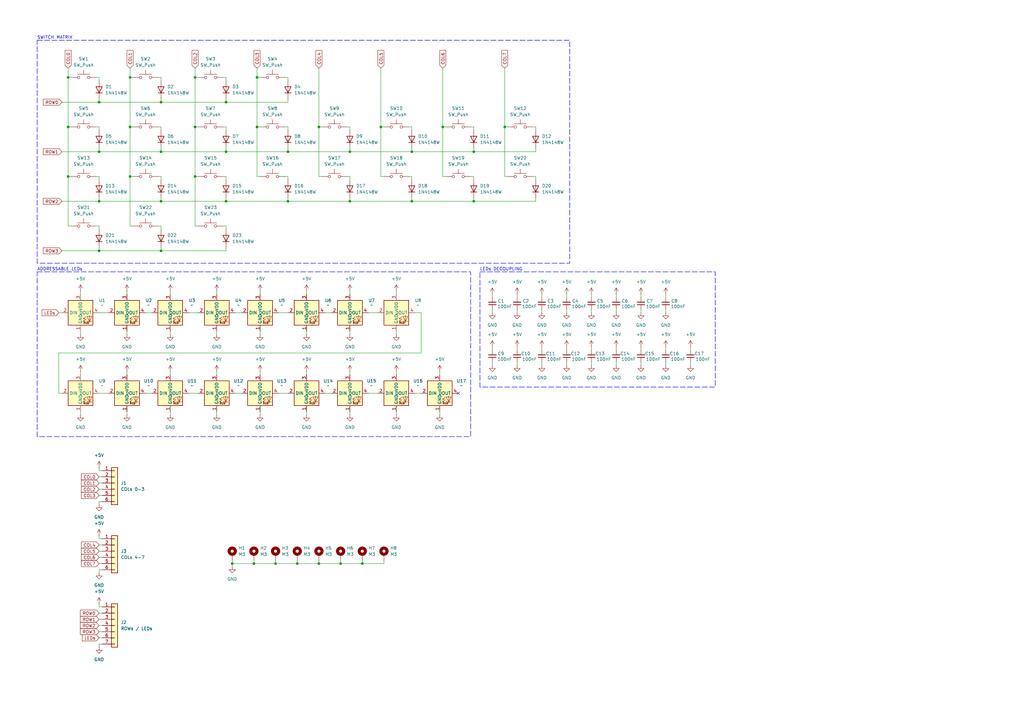
<source format=kicad_sch>
(kicad_sch (version 20231120) (generator "eeschema") (generator_version "8.0")
  (paper "A3")
  (title_block (title "Cherry MX 16-step Sequencer") (date "2025-03-02") (rev "v.2"))
  (junction (at 207.01 52.07))
  (junction (at 66.04 41.91))
  (junction (at 130.81 52.07))
  (junction (at 168.91 82.55))
  (junction (at 27.94 72.39))
  (junction (at 80.01 31.75))
  (junction (at 148.59 231.14))
  (junction (at 66.04 102.87))
  (junction (at 143.51 62.23))
  (junction (at 104.14 231.14))
  (junction (at 168.91 62.23))
  (junction (at 53.34 52.07))
  (junction (at 40.64 62.23))
  (junction (at 181.61 52.07))
  (junction (at 40.64 82.55))
  (junction (at 66.04 82.55))
  (junction (at 53.34 31.75))
  (junction (at 105.41 52.07))
  (junction (at 40.64 41.91))
  (junction (at 194.31 82.55))
  (junction (at 113.03 231.14))
  (junction (at 95.25 231.14))
  (junction (at 118.11 62.23))
  (junction (at 194.31 62.23))
  (junction (at 40.64 102.87))
  (junction (at 143.51 82.55))
  (junction (at 121.92 231.14))
  (junction (at 27.94 31.75))
  (junction (at 118.11 82.55))
  (junction (at 92.71 62.23))
  (junction (at 27.94 52.07))
  (junction (at 156.21 52.07))
  (junction (at 80.01 52.07))
  (junction (at 66.04 62.23))
  (junction (at 105.41 31.75))
  (junction (at 53.34 72.39))
  (junction (at 139.7 231.14))
  (junction (at 92.71 41.91))
  (junction (at 80.01 72.39))
  (junction (at 92.71 82.55))
  (junction (at 130.81 231.14))
  (no_connect (at 187.96 161.29))
  (wire (pts (xy 168.91 81.28) (xy 168.91 82.55)))
  (wire (pts (xy 168.91 72.39) (xy 168.91 73.66)))
  (wire (pts (xy 104.14 231.14) (xy 104.14 229.87)))
  (wire (pts (xy 40.64 251.46) (xy 41.91 251.46)))
  (wire (pts (xy 167.64 52.07) (xy 168.91 52.07)))
  (wire (pts (xy 27.94 52.07) (xy 27.94 72.39)))
  (wire (pts (xy 92.71 41.91) (xy 118.11 41.91)))
  (wire (pts (xy 40.64 226.06) (xy 41.91 226.06)))
  (wire (pts (xy 106.68 135.89) (xy 106.68 137.16)))
  (wire (pts (xy 66.04 82.55) (xy 92.71 82.55)))
  (wire (pts (xy 33.02 135.89) (xy 33.02 137.16)))
  (wire (pts (xy 40.64 102.87) (xy 66.04 102.87)))
  (wire (pts (xy 201.93 127) (xy 201.93 128.27)))
  (wire (pts (xy 193.04 72.39) (xy 194.31 72.39)))
  (wire (pts (xy 77.47 161.29) (xy 81.28 161.29)))
  (wire (pts (xy 69.85 168.91) (xy 69.85 170.18)))
  (wire (pts (xy 106.68 168.91) (xy 106.68 170.18)))
  (wire (pts (xy 40.64 233.68) (xy 41.91 233.68)))
  (wire (pts (xy 273.05 120.65) (xy 273.05 121.92)))
  (wire (pts (xy 40.64 203.2) (xy 41.91 203.2)))
  (wire (pts (xy 105.41 31.75) (xy 105.41 52.07)))
  (wire (pts (xy 40.64 231.14) (xy 41.91 231.14)))
  (wire (pts (xy 143.51 62.23) (xy 168.91 62.23)))
  (wire (pts (xy 283.21 142.24) (xy 283.21 143.51)))
  (wire (pts (xy 88.9 119.38) (xy 88.9 120.65)))
  (wire (pts (xy 40.64 128.27) (xy 44.45 128.27)))
  (wire (pts (xy 219.71 62.23) (xy 219.71 60.96)))
  (wire (pts (xy 25.4 62.23) (xy 40.64 62.23)))
  (wire (pts (xy 168.91 62.23) (xy 194.31 62.23)))
  (wire (pts (xy 125.73 152.4) (xy 125.73 153.67)))
  (wire (pts (xy 242.57 148.59) (xy 242.57 149.86)))
  (wire (pts (xy 170.18 128.27) (xy 172.72 128.27)))
  (wire (pts (xy 41.91 264.16) (xy 40.64 264.16)))
  (wire (pts (xy 40.64 82.55) (xy 66.04 82.55)))
  (wire (pts (xy 96.52 128.27) (xy 99.06 128.27)))
  (wire (pts (xy 95.25 229.87) (xy 95.25 231.14)))
  (wire (pts (xy 219.71 52.07) (xy 219.71 53.34)))
  (wire (pts (xy 218.44 52.07) (xy 219.71 52.07)))
  (wire (pts (xy 27.94 31.75) (xy 27.94 52.07)))
  (wire (pts (xy 283.21 148.59) (xy 283.21 149.86)))
  (wire (pts (xy 96.52 161.29) (xy 99.06 161.29)))
  (wire (pts (xy 40.64 191.77) (xy 40.64 193.04)))
  (wire (pts (xy 52.07 119.38) (xy 52.07 120.65)))
  (wire (pts (xy 80.01 92.71) (xy 81.28 92.71)))
  (wire (pts (xy 92.71 60.96) (xy 92.71 62.23)))
  (wire (pts (xy 33.02 168.91) (xy 33.02 170.18)))
  (wire (pts (xy 66.04 41.91) (xy 92.71 41.91)))
  (wire (pts (xy 53.34 27.94) (xy 53.34 31.75)))
  (wire (pts (xy 27.94 72.39) (xy 27.94 92.71)))
  (wire (pts (xy 118.11 60.96) (xy 118.11 62.23)))
  (wire (pts (xy 201.93 142.24) (xy 201.93 143.51)))
  (wire (pts (xy 156.21 52.07) (xy 157.48 52.07)))
  (wire (pts (xy 92.71 101.6) (xy 92.71 102.87)))
  (wire (pts (xy 27.94 52.07) (xy 29.21 52.07)))
  (wire (pts (xy 139.7 229.87) (xy 139.7 231.14)))
  (wire (pts (xy 40.64 264.16) (xy 40.64 265.43)))
  (wire (pts (xy 92.71 62.23) (xy 118.11 62.23)))
  (wire (pts (xy 168.91 60.96) (xy 168.91 62.23)))
  (wire (pts (xy 222.25 127) (xy 222.25 128.27)))
  (wire (pts (xy 66.04 62.23) (xy 92.71 62.23)))
  (wire (pts (xy 130.81 229.87) (xy 130.81 231.14)))
  (wire (pts (xy 113.03 231.14) (xy 121.92 231.14)))
  (wire (pts (xy 52.07 135.89) (xy 52.07 137.16)))
  (wire (pts (xy 273.05 127) (xy 273.05 128.27)))
  (wire (pts (xy 92.71 92.71) (xy 92.71 93.98)))
  (wire (pts (xy 24.13 161.29) (xy 25.4 161.29)))
  (wire (pts (xy 133.35 161.29) (xy 135.89 161.29)))
  (wire (pts (xy 207.01 27.94) (xy 207.01 52.07)))
  (wire (pts (xy 24.13 128.27) (xy 25.4 128.27)))
  (wire (pts (xy 91.44 92.71) (xy 92.71 92.71)))
  (wire (pts (xy 40.64 254) (xy 41.91 254)))
  (wire (pts (xy 40.64 72.39) (xy 40.64 73.66)))
  (wire (pts (xy 232.41 142.24) (xy 232.41 143.51)))
  (wire (pts (xy 114.3 161.29) (xy 118.11 161.29)))
  (wire (pts (xy 39.37 72.39) (xy 40.64 72.39)))
  (wire (pts (xy 69.85 119.38) (xy 69.85 120.65)))
  (wire (pts (xy 222.25 148.59) (xy 222.25 149.86)))
  (wire (pts (xy 40.64 223.52) (xy 41.91 223.52)))
  (wire (pts (xy 53.34 31.75) (xy 53.34 52.07)))
  (wire (pts (xy 92.71 31.75) (xy 92.71 33.02)))
  (wire (pts (xy 66.04 40.64) (xy 66.04 41.91)))
  (wire (pts (xy 40.64 101.6) (xy 40.64 102.87)))
  (wire (pts (xy 40.64 200.66) (xy 41.91 200.66)))
  (wire (pts (xy 40.64 248.92) (xy 40.64 247.65)))
  (wire (pts (xy 105.41 27.94) (xy 105.41 31.75)))
  (wire (pts (xy 40.64 92.71) (xy 40.64 93.98)))
  (wire (pts (xy 194.31 62.23) (xy 219.71 62.23)))
  (wire (pts (xy 25.4 41.91) (xy 40.64 41.91)))
  (wire (pts (xy 143.51 72.39) (xy 143.51 73.66)))
  (wire (pts (xy 262.89 142.24) (xy 262.89 143.51)))
  (wire (pts (xy 80.01 52.07) (xy 80.01 72.39)))
  (wire (pts (xy 53.34 92.71) (xy 54.61 92.71)))
  (wire (pts (xy 91.44 72.39) (xy 92.71 72.39)))
  (wire (pts (xy 207.01 52.07) (xy 208.28 52.07)))
  (wire (pts (xy 95.25 231.14) (xy 95.25 232.41)))
  (wire (pts (xy 121.92 231.14) (xy 130.81 231.14)))
  (wire (pts (xy 95.25 231.14) (xy 104.14 231.14)))
  (wire (pts (xy 113.03 231.14) (xy 113.03 229.87)))
  (wire (pts (xy 106.68 152.4) (xy 106.68 153.67)))
  (wire (pts (xy 193.04 52.07) (xy 194.31 52.07)))
  (wire (pts (xy 162.56 152.4) (xy 162.56 153.67)))
  (wire (pts (xy 92.71 40.64) (xy 92.71 41.91)))
  (wire (pts (xy 114.3 128.27) (xy 118.11 128.27)))
  (wire (pts (xy 66.04 60.96) (xy 66.04 62.23)))
  (wire (pts (xy 168.91 82.55) (xy 194.31 82.55)))
  (wire (pts (xy 116.84 72.39) (xy 118.11 72.39)))
  (wire (pts (xy 91.44 52.07) (xy 92.71 52.07)))
  (wire (pts (xy 64.77 52.07) (xy 66.04 52.07)))
  (wire (pts (xy 142.24 72.39) (xy 143.51 72.39)))
  (wire (pts (xy 27.94 27.94) (xy 27.94 31.75)))
  (wire (pts (xy 252.73 148.59) (xy 252.73 149.86)))
  (wire (pts (xy 77.47 128.27) (xy 81.28 128.27)))
  (wire (pts (xy 39.37 52.07) (xy 40.64 52.07)))
  (wire (pts (xy 116.84 52.07) (xy 118.11 52.07)))
  (wire (pts (xy 201.93 148.59) (xy 201.93 149.86)))
  (wire (pts (xy 118.11 31.75) (xy 118.11 33.02)))
  (wire (pts (xy 41.91 248.92) (xy 40.64 248.92)))
  (wire (pts (xy 252.73 120.65) (xy 252.73 121.92)))
  (wire (pts (xy 170.18 161.29) (xy 172.72 161.29)))
  (wire (pts (xy 53.34 72.39) (xy 53.34 92.71)))
  (wire (pts (xy 181.61 52.07) (xy 182.88 52.07)))
  (wire (pts (xy 130.81 52.07) (xy 130.81 72.39)))
  (wire (pts (xy 64.77 92.71) (xy 66.04 92.71)))
  (wire (pts (xy 143.51 152.4) (xy 143.51 153.67)))
  (wire (pts (xy 40.64 41.91) (xy 66.04 41.91)))
  (wire (pts (xy 53.34 72.39) (xy 54.61 72.39)))
  (wire (pts (xy 143.51 168.91) (xy 143.51 170.18)))
  (wire (pts (xy 105.41 52.07) (xy 106.68 52.07)))
  (wire (pts (xy 66.04 52.07) (xy 66.04 53.34)))
  (wire (pts (xy 181.61 27.94) (xy 181.61 52.07)))
  (wire (pts (xy 242.57 127) (xy 242.57 128.27)))
  (wire (pts (xy 52.07 152.4) (xy 52.07 153.67)))
  (wire (pts (xy 92.71 52.07) (xy 92.71 53.34)))
  (wire (pts (xy 88.9 168.91) (xy 88.9 170.18)))
  (wire (pts (xy 194.31 60.96) (xy 194.31 62.23)))
  (wire (pts (xy 194.31 72.39) (xy 194.31 73.66)))
  (wire (pts (xy 194.31 81.28) (xy 194.31 82.55)))
  (wire (pts (xy 80.01 72.39) (xy 81.28 72.39)))
  (wire (pts (xy 66.04 81.28) (xy 66.04 82.55)))
  (wire (pts (xy 41.91 220.98) (xy 40.64 220.98)))
  (wire (pts (xy 69.85 152.4) (xy 69.85 153.67)))
  (wire (pts (xy 40.64 234.95) (xy 40.64 233.68)))
  (wire (pts (xy 151.13 161.29) (xy 154.94 161.29)))
  (wire (pts (xy 143.51 81.28) (xy 143.51 82.55)))
  (wire (pts (xy 212.09 127) (xy 212.09 128.27)))
  (wire (pts (xy 143.51 119.38) (xy 143.51 120.65)))
  (wire (pts (xy 181.61 72.39) (xy 182.88 72.39)))
  (wire (pts (xy 80.01 27.94) (xy 80.01 31.75)))
  (wire (pts (xy 66.04 72.39) (xy 66.04 73.66)))
  (wire (pts (xy 53.34 52.07) (xy 54.61 52.07)))
  (wire (pts (xy 69.85 135.89) (xy 69.85 137.16)))
  (wire (pts (xy 148.59 231.14) (xy 139.7 231.14)))
  (wire (pts (xy 180.34 152.4) (xy 180.34 153.67)))
  (wire (pts (xy 105.41 52.07) (xy 105.41 72.39)))
  (wire (pts (xy 27.94 72.39) (xy 29.21 72.39)))
  (wire (pts (xy 33.02 152.4) (xy 33.02 153.67)))
  (wire (pts (xy 157.48 229.87) (xy 157.48 231.14)))
  (wire (pts (xy 64.77 72.39) (xy 66.04 72.39)))
  (wire (pts (xy 118.11 82.55) (xy 143.51 82.55)))
  (wire (pts (xy 252.73 142.24) (xy 252.73 143.51)))
  (wire (pts (xy 201.93 120.65) (xy 201.93 121.92)))
  (wire (pts (xy 105.41 31.75) (xy 106.68 31.75)))
  (wire (pts (xy 53.34 31.75) (xy 54.61 31.75)))
  (wire (pts (xy 148.59 229.87) (xy 148.59 231.14)))
  (wire (pts (xy 262.89 148.59) (xy 262.89 149.86)))
  (wire (pts (xy 40.64 62.23) (xy 66.04 62.23)))
  (wire (pts (xy 130.81 52.07) (xy 132.08 52.07)))
  (wire (pts (xy 106.68 119.38) (xy 106.68 120.65)))
  (wire (pts (xy 212.09 148.59) (xy 212.09 149.86)))
  (wire (pts (xy 125.73 135.89) (xy 125.73 137.16)))
  (wire (pts (xy 40.64 220.98) (xy 40.64 219.71)))
  (wire (pts (xy 88.9 152.4) (xy 88.9 153.67)))
  (wire (pts (xy 118.11 62.23) (xy 143.51 62.23)))
  (wire (pts (xy 162.56 135.89) (xy 162.56 137.16)))
  (wire (pts (xy 194.31 82.55) (xy 219.71 82.55)))
  (wire (pts (xy 66.04 102.87) (xy 92.71 102.87)))
  (wire (pts (xy 172.72 128.27) (xy 172.72 144.78)))
  (wire (pts (xy 156.21 72.39) (xy 157.48 72.39)))
  (wire (pts (xy 162.56 168.91) (xy 162.56 170.18)))
  (wire (pts (xy 40.64 31.75) (xy 40.64 33.02)))
  (wire (pts (xy 80.01 52.07) (xy 81.28 52.07)))
  (wire (pts (xy 142.24 52.07) (xy 143.51 52.07)))
  (wire (pts (xy 40.64 52.07) (xy 40.64 53.34)))
  (wire (pts (xy 27.94 31.75) (xy 29.21 31.75)))
  (wire (pts (xy 232.41 148.59) (xy 232.41 149.86)))
  (wire (pts (xy 207.01 52.07) (xy 207.01 72.39)))
  (wire (pts (xy 53.34 52.07) (xy 53.34 72.39)))
  (wire (pts (xy 218.44 72.39) (xy 219.71 72.39)))
  (wire (pts (xy 24.13 144.78) (xy 24.13 161.29)))
  (wire (pts (xy 242.57 142.24) (xy 242.57 143.51)))
  (wire (pts (xy 219.71 82.55) (xy 219.71 81.28)))
  (wire (pts (xy 64.77 31.75) (xy 66.04 31.75)))
  (wire (pts (xy 39.37 92.71) (xy 40.64 92.71)))
  (wire (pts (xy 143.51 82.55) (xy 168.91 82.55)))
  (wire (pts (xy 80.01 72.39) (xy 80.01 92.71)))
  (wire (pts (xy 222.25 142.24) (xy 222.25 143.51)))
  (wire (pts (xy 121.92 231.14) (xy 121.92 229.87)))
  (wire (pts (xy 219.71 72.39) (xy 219.71 73.66)))
  (wire (pts (xy 139.7 231.14) (xy 130.81 231.14)))
  (wire (pts (xy 232.41 127) (xy 232.41 128.27)))
  (wire (pts (xy 40.64 259.08) (xy 41.91 259.08)))
  (wire (pts (xy 39.37 31.75) (xy 40.64 31.75)))
  (wire (pts (xy 66.04 101.6) (xy 66.04 102.87)))
  (wire (pts (xy 40.64 198.12) (xy 41.91 198.12)))
  (wire (pts (xy 40.64 161.29) (xy 44.45 161.29)))
  (wire (pts (xy 222.25 120.65) (xy 222.25 121.92)))
  (wire (pts (xy 273.05 142.24) (xy 273.05 143.51)))
  (wire (pts (xy 273.05 148.59) (xy 273.05 149.86)))
  (wire (pts (xy 262.89 120.65) (xy 262.89 121.92)))
  (wire (pts (xy 59.69 128.27) (xy 62.23 128.27)))
  (wire (pts (xy 181.61 52.07) (xy 181.61 72.39)))
  (wire (pts (xy 91.44 31.75) (xy 92.71 31.75)))
  (wire (pts (xy 80.01 31.75) (xy 81.28 31.75)))
  (wire (pts (xy 25.4 102.87) (xy 40.64 102.87)))
  (wire (pts (xy 40.64 40.64) (xy 40.64 41.91)))
  (wire (pts (xy 59.69 161.29) (xy 62.23 161.29)))
  (wire (pts (xy 105.41 72.39) (xy 106.68 72.39)))
  (wire (pts (xy 151.13 128.27) (xy 154.94 128.27)))
  (wire (pts (xy 52.07 168.91) (xy 52.07 170.18)))
  (wire (pts (xy 212.09 120.65) (xy 212.09 121.92)))
  (wire (pts (xy 118.11 72.39) (xy 118.11 73.66)))
  (wire (pts (xy 33.02 119.38) (xy 33.02 120.65)))
  (wire (pts (xy 167.64 72.39) (xy 168.91 72.39)))
  (wire (pts (xy 143.51 60.96) (xy 143.51 62.23)))
  (wire (pts (xy 118.11 41.91) (xy 118.11 40.64)))
  (wire (pts (xy 143.51 135.89) (xy 143.51 137.16)))
  (wire (pts (xy 118.11 52.07) (xy 118.11 53.34)))
  (wire (pts (xy 116.84 31.75) (xy 118.11 31.75)))
  (wire (pts (xy 40.64 261.62) (xy 41.91 261.62)))
  (wire (pts (xy 156.21 52.07) (xy 156.21 72.39)))
  (wire (pts (xy 40.64 195.58) (xy 41.91 195.58)))
  (wire (pts (xy 232.41 120.65) (xy 232.41 121.92)))
  (wire (pts (xy 252.73 127) (xy 252.73 128.27)))
  (wire (pts (xy 143.51 52.07) (xy 143.51 53.34)))
  (wire (pts (xy 168.91 52.07) (xy 168.91 53.34)))
  (wire (pts (xy 40.64 193.04) (xy 41.91 193.04)))
  (wire (pts (xy 88.9 135.89) (xy 88.9 137.16)))
  (wire (pts (xy 130.81 27.94) (xy 130.81 52.07)))
  (wire (pts (xy 27.94 92.71) (xy 29.21 92.71)))
  (wire (pts (xy 194.31 52.07) (xy 194.31 53.34)))
  (wire (pts (xy 156.21 27.94) (xy 156.21 52.07)))
  (wire (pts (xy 40.64 256.54) (xy 41.91 256.54)))
  (wire (pts (xy 125.73 168.91) (xy 125.73 170.18)))
  (wire (pts (xy 212.09 142.24) (xy 212.09 143.51)))
  (wire (pts (xy 180.34 168.91) (xy 180.34 170.18)))
  (wire (pts (xy 40.64 228.6) (xy 41.91 228.6)))
  (wire (pts (xy 162.56 119.38) (xy 162.56 120.65)))
  (wire (pts (xy 92.71 82.55) (xy 118.11 82.55)))
  (wire (pts (xy 133.35 128.27) (xy 135.89 128.27)))
  (wire (pts (xy 92.71 81.28) (xy 92.71 82.55)))
  (wire (pts (xy 104.14 231.14) (xy 113.03 231.14)))
  (wire (pts (xy 262.89 127) (xy 262.89 128.27)))
  (wire (pts (xy 92.71 72.39) (xy 92.71 73.66)))
  (wire (pts (xy 118.11 81.28) (xy 118.11 82.55)))
  (wire (pts (xy 80.01 31.75) (xy 80.01 52.07)))
  (wire (pts (xy 125.73 119.38) (xy 125.73 120.65)))
  (wire (pts (xy 66.04 31.75) (xy 66.04 33.02)))
  (wire (pts (xy 25.4 82.55) (xy 40.64 82.55)))
  (wire (pts (xy 207.01 72.39) (xy 208.28 72.39)))
  (wire (pts (xy 40.64 60.96) (xy 40.64 62.23)))
  (wire (pts (xy 66.04 92.71) (xy 66.04 93.98)))
  (wire (pts (xy 242.57 120.65) (xy 242.57 121.92)))
  (wire (pts (xy 40.64 81.28) (xy 40.64 82.55)))
  (wire (pts (xy 40.64 205.74) (xy 41.91 205.74)))
  (wire (pts (xy 172.72 144.78) (xy 24.13 144.78)))
  (wire (pts (xy 130.81 72.39) (xy 132.08 72.39)))
  (wire (pts (xy 40.64 207.01) (xy 40.64 205.74)))
  (wire (pts (xy 148.59 231.14) (xy 157.48 231.14)))
  (rectangle (start 15.24 16.51) (end 233.68 107.95) (stroke (width 0.2) (type dash) (color 0 0 255 1)))
  (rectangle (start 15.24 111.506) (end 193.04 179.07) (stroke (width 0.2) (type dash) (color 0 0 255 1)))
  (rectangle (start 196.85 111.506) (end 293.37 158.75) (stroke (width 0.2) (type dash) (color 0 0 255 1)))
  (text "SWITCH MATRIX" (at 15.24 15.494 0) (effects (font (size 1.27 1.27)) (justify left)))
  (text "LEDs DECOUPLING" (at 196.85 110.49 0) (effects (font (size 1.27 1.27)) (justify left)))
  (text "ADDRESSABLE LEDs" (at 15.24 110.49 0) (effects (font (size 1.27 1.27)) (justify left)))
  (global_label "COL3" (shape input) (at 40.64 203.2 180) (property "Intersheetrefs" "${INTERSHEET_REFS}" (effects (hide yes))))
  (global_label "COL4" (shape input) (at 130.81 27.94 90) (property "Intersheetrefs" "${INTERSHEET_REFS}" (effects (hide yes))))
  (global_label "COL0" (shape input) (at 27.94 27.94 90) (property "Intersheetrefs" "${INTERSHEET_REFS}" (effects (hide yes))))
  (global_label "ROW1" (shape input) (at 25.4 62.23 180) (property "Intersheetrefs" "${INTERSHEET_REFS}" (effects (hide yes))))
  (global_label "COL7" (shape input) (at 40.64 231.14 180) (property "Intersheetrefs" "${INTERSHEET_REFS}" (effects (hide yes))))
  (global_label "COL0" (shape input) (at 40.64 195.58 180) (property "Intersheetrefs" "${INTERSHEET_REFS}" (effects (hide yes))))
  (global_label "LEDs" (shape input) (at 24.13 128.27 180) (property "Intersheetrefs" "${INTERSHEET_REFS}" (effects (hide yes))))
  (global_label "ROW0" (shape input) (at 40.64 251.46 180) (property "Intersheetrefs" "${INTERSHEET_REFS}" (effects (hide yes))))
  (global_label "COL6" (shape input) (at 40.64 228.6 180) (property "Intersheetrefs" "${INTERSHEET_REFS}" (effects (hide yes))))
  (global_label "ROW0" (shape input) (at 25.4 41.91 180) (property "Intersheetrefs" "${INTERSHEET_REFS}" (effects (hide yes))))
  (global_label "COL5" (shape input) (at 156.21 27.94 90) (property "Intersheetrefs" "${INTERSHEET_REFS}" (effects (hide yes))))
  (global_label "COL1" (shape input) (at 40.64 198.12 180) (property "Intersheetrefs" "${INTERSHEET_REFS}" (effects (hide yes))))
  (global_label "COL4" (shape input) (at 40.64 223.52 180) (property "Intersheetrefs" "${INTERSHEET_REFS}" (effects (hide yes))))
  (global_label "COL2" (shape input) (at 40.64 200.66 180) (property "Intersheetrefs" "${INTERSHEET_REFS}" (effects (hide yes))))
  (global_label "COL7" (shape input) (at 207.01 27.94 90) (property "Intersheetrefs" "${INTERSHEET_REFS}" (effects (hide yes))))
  (global_label "COL5" (shape input) (at 40.64 226.06 180) (property "Intersheetrefs" "${INTERSHEET_REFS}" (effects (hide yes))))
  (global_label "COL1" (shape input) (at 53.34 27.94 90) (property "Intersheetrefs" "${INTERSHEET_REFS}" (effects (hide yes))))
  (global_label "COL2" (shape input) (at 80.01 27.94 90) (property "Intersheetrefs" "${INTERSHEET_REFS}" (effects (hide yes))))
  (global_label "COL6" (shape input) (at 181.61 27.94 90) (property "Intersheetrefs" "${INTERSHEET_REFS}" (effects (hide yes))))
  (global_label "ROW3" (shape input) (at 40.64 259.08 180) (property "Intersheetrefs" "${INTERSHEET_REFS}" (effects (hide yes))))
  (global_label "ROW2" (shape input) (at 25.4 82.55 180) (property "Intersheetrefs" "${INTERSHEET_REFS}" (effects (hide yes))))
  (global_label "LEDs" (shape input) (at 40.64 261.62 180) (property "Intersheetrefs" "${INTERSHEET_REFS}" (effects (hide yes))))
  (global_label "ROW1" (shape input) (at 40.64 254 180) (property "Intersheetrefs" "${INTERSHEET_REFS}" (effects (hide yes))))
  (global_label "ROW3" (shape input) (at 25.4 102.87 180) (property "Intersheetrefs" "${INTERSHEET_REFS}" (effects (hide yes))))
  (global_label "COL3" (shape input) (at 105.41 27.94 90) (property "Intersheetrefs" "${INTERSHEET_REFS}" (effects (hide yes))))
  (global_label "ROW2" (shape input) (at 40.64 256.54 180) (property "Intersheetrefs" "${INTERSHEET_REFS}" (effects (hide yes))))
  (symbol (lib_id "power:GND") (at 162.56 170.18 0) (unit 1)
    (property "Reference" "#PWR033" (effects (hide yes)))
    (property "Value" "GND" (at 162.56 175.26 0))
    (property "Description" "Power symbol creates a global label with name \"GND\" , ground" (effects (hide yes)))
  )
  (symbol (lib_id "Switch:SW_Push") (at 137.16 72.39 0) (unit 1)
    (property "Reference" "SW17" (at 137.16 64.77 0))
    (property "Value" "SW_Push" (at 137.16 67.31 0))
    (property "Footprint" "PCM_Switch_Keyboard_Cherry_MX:SW_Cherry_MX_PCB_1.00u" (effects (hide yes)))
    (property "Description" "Push button switch, generic, two pins" (effects (hide yes)))
  )
  (symbol (lib_id "Device:C_Small") (at 242.57 124.46 180) (unit 1)
    (property "Reference" "C5" (at 246.126 123.444 0))
    (property "Value" "100nF" (at 247.65 125.73 0))
    (property "Footprint" "Capacitor_SMD:C_0603_1608Metric_Pad1.08x0.95mm_HandSolder" (effects (hide yes)))
    (property "Description" "Unpolarized capacitor, small symbol" (effects (hide yes)))
  )
  (symbol (lib_id "Mechanical:MountingHole_Pad") (at 139.7 227.33 0) (unit 1) (exclude_from_sim yes) (in_bom no)
    (property "Reference" "H6" (at 142.24 224.7899 0) (effects (justify left)))
    (property "Value" "M3" (at 142.24 227.3299 0) (effects (justify left)))
    (property "Footprint" "MountingHole:MountingHole_3.2mm_M3_DIN965_Pad" (effects (hide yes)))
    (property "Description" "Mounting Hole with connection" (effects (hide yes)))
  )
  (symbol (lib_id "Switch:SW_Push") (at 86.36 72.39 0) (unit 1)
    (property "Reference" "SW15" (at 86.36 64.77 0))
    (property "Value" "SW_Push" (at 86.36 67.31 0))
    (property "Footprint" "PCM_Switch_Keyboard_Cherry_MX:SW_Cherry_MX_PCB_1.00u" (effects (hide yes)))
    (property "Description" "Push button switch, generic, two pins" (effects (hide yes)))
  )
  (symbol (lib_id "Connector_Generic:Conn_01x06") (at 46.99 198.12 0) (unit 1)
    (property "Reference" "J1" (at 49.53 198.1199 0) (effects (justify left)))
    (property "Value" "COLs 0-3" (at 49.53 200.6599 0) (effects (justify left)))
    (property "Footprint" "Connector_PinSocket_2.54mm:PinSocket_1x06_P2.54mm_Vertical" (effects (hide yes)))
    (property "Description" "Generic connector, single row, 01x06, script generated (kicad-library-utils/schlib/autogen/connector/)" (effects (hide yes)))
  )
  (symbol (lib_id "power:+5V") (at 222.25 142.24 0) (unit 1)
    (property "Reference" "#PWR053" (effects (hide yes)))
    (property "Value" "+5V" (at 222.25 137.16 0))
    (property "Description" "Power symbol creates a global label with name \"+5V\"" (effects (hide yes)))
  )
  (symbol (lib_id "SK6812MINI-E-012:SK6812MINI-E-012") (at 52.07 128.27 0) (unit 1)
    (property "Reference" "U2" (at 60.96 123.2214 0))
    (property "Value" "~" (at 60.96 125.1265 0))
    (property "Footprint" "SK6812MINI-E-012:SK6812MINI-E-012" (effects (hide yes)))
  )
  (symbol (lib_id "power:GND") (at 252.73 149.86 0) (unit 1)
    (property "Reference" "#PWR065" (effects (hide yes)))
    (property "Value" "GND" (at 252.73 154.94 0))
    (property "Description" "Power symbol creates a global label with name \"GND\" , ground" (effects (hide yes)))
  )
  (symbol (lib_id "power:+5V") (at 143.51 119.38 0) (unit 1)
    (property "Reference" "#PWR07" (effects (hide yes)))
    (property "Value" "+5V" (at 143.51 114.3 0))
    (property "Description" "Power symbol creates a global label with name \"+5V\"" (effects (hide yes)))
  )
  (symbol (lib_id "SK6812MINI-E-012:SK6812MINI-E-012") (at 69.85 128.27 0) (unit 1)
    (property "Reference" "U3" (at 78.74 123.2214 0))
    (property "Value" "~" (at 78.74 125.1265 0))
    (property "Footprint" "SK6812MINI-E-012:SK6812MINI-E-012" (effects (hide yes)))
  )
  (symbol (lib_id "SK6812MINI-E-012:SK6812MINI-E-012") (at 143.51 128.27 0) (unit 1)
    (property "Reference" "U7" (at 152.4 123.2214 0))
    (property "Value" "~" (at 152.4 125.1265 0))
    (property "Footprint" "SK6812MINI-E-012:SK6812MINI-E-012" (effects (hide yes)))
  )
  (symbol (lib_id "power:GND") (at 40.64 207.01 0) (unit 1)
    (property "Reference" "#PWR071" (effects (hide yes)))
    (property "Value" "GND" (at 40.64 212.09 0))
    (property "Description" "Power symbol creates a global label with name \"GND\" , ground" (effects (hide yes)))
  )
  (symbol (lib_id "Diode:1N4148W") (at 194.31 77.47 90) (unit 1)
    (property "Reference" "D19" (at 196.85 76.1999 90) (effects (justify right)))
    (property "Value" "1N4148W" (at 196.85 78.7399 90) (effects (justify right)))
    (property "Footprint" "Diode_SMD:D_SOD-323_HandSoldering" (effects (hide yes)))
    (property "Datasheet" "https://www.vishay.com/docs/85748/1n4148w.pdf" (effects (hide yes)))
    (property "Description" "75V 0.15A Fast Switching Diode, SOD-123" (effects (hide yes)))
    (property "Sim.Device" "D" (effects (hide yes)))
    (property "Sim.Pins" "1=K 2=A" (effects (hide yes)))
  )
  (symbol (lib_id "power:GND") (at 40.64 234.95 0) (unit 1)
    (property "Reference" "#PWR072" (effects (hide yes)))
    (property "Value" "GND" (at 40.64 240.03 0))
    (property "Description" "Power symbol creates a global label with name \"GND\" , ground" (effects (hide yes)))
  )
  (symbol (lib_id "Diode:1N4148W") (at 92.71 36.83 90) (unit 1)
    (property "Reference" "D3" (at 95.25 35.5599 90) (effects (justify right)))
    (property "Value" "1N4148W" (at 95.25 38.0999 90) (effects (justify right)))
    (property "Footprint" "Diode_SMD:D_SOD-323_HandSoldering" (effects (hide yes)))
    (property "Datasheet" "https://www.vishay.com/docs/85748/1n4148w.pdf" (effects (hide yes)))
    (property "Description" "75V 0.15A Fast Switching Diode, SOD-123" (effects (hide yes)))
    (property "Sim.Device" "D" (effects (hide yes)))
    (property "Sim.Pins" "1=K 2=A" (effects (hide yes)))
  )
  (symbol (lib_id "Device:C_Small") (at 273.05 146.05 180) (unit 1)
    (property "Reference" "C16" (at 276.606 145.034 0))
    (property "Value" "100nF" (at 278.13 147.32 0))
    (property "Footprint" "Capacitor_SMD:C_0603_1608Metric_Pad1.08x0.95mm_HandSolder" (effects (hide yes)))
    (property "Description" "Unpolarized capacitor, small symbol" (effects (hide yes)))
  )
  (symbol (lib_id "power:+5V") (at 88.9 152.4 0) (unit 1)
    (property "Reference" "#PWR020" (effects (hide yes)))
    (property "Value" "+5V" (at 88.9 147.32 0))
    (property "Description" "Power symbol creates a global label with name \"+5V\"" (effects (hide yes)))
  )
  (symbol (lib_id "Connector_Generic:Conn_01x06") (at 46.99 226.06 0) (unit 1)
    (property "Reference" "J3" (at 49.53 226.0599 0) (effects (justify left)))
    (property "Value" "COLs 4-7" (at 49.53 228.5999 0) (effects (justify left)))
    (property "Footprint" "Connector_PinSocket_2.54mm:PinSocket_1x06_P2.54mm_Vertical" (effects (hide yes)))
    (property "Description" "Generic connector, single row, 01x06, script generated (kicad-library-utils/schlib/autogen/connector/)" (effects (hide yes)))
  )
  (symbol (lib_id "power:+5V") (at 69.85 152.4 0) (unit 1)
    (property "Reference" "#PWR019" (effects (hide yes)))
    (property "Value" "+5V" (at 69.85 147.32 0))
    (property "Description" "Power symbol creates a global label with name \"+5V\"" (effects (hide yes)))
  )
  (symbol (lib_id "Mechanical:MountingHole_Pad") (at 148.59 227.33 0) (unit 1) (exclude_from_sim yes) (in_bom no)
    (property "Reference" "H7" (at 151.13 224.7899 0) (effects (justify left)))
    (property "Value" "M3" (at 151.13 227.3299 0) (effects (justify left)))
    (property "Footprint" "MountingHole:MountingHole_3.2mm_M3_DIN965_Pad" (effects (hide yes)))
    (property "Description" "Mounting Hole with connection" (effects (hide yes)))
  )
  (symbol (lib_id "Switch:SW_Push") (at 162.56 52.07 0) (unit 1)
    (property "Reference" "SW10" (at 162.56 44.45 0))
    (property "Value" "SW_Push" (at 162.56 46.99 0))
    (property "Footprint" "PCM_Switch_Keyboard_Cherry_MX:SW_Cherry_MX_PCB_1.00u" (effects (hide yes)))
    (property "Description" "Push button switch, generic, two pins" (effects (hide yes)))
  )
  (symbol (lib_id "Mechanical:MountingHole_Pad") (at 157.48 227.33 0) (unit 1) (exclude_from_sim yes) (in_bom no)
    (property "Reference" "H8" (at 160.02 224.7899 0) (effects (justify left)))
    (property "Value" "M3" (at 160.02 227.3299 0) (effects (justify left)))
    (property "Footprint" "MountingHole:MountingHole_3.2mm_M3_DIN965_Pad" (effects (hide yes)))
    (property "Description" "Mounting Hole with connection" (effects (hide yes)))
  )
  (symbol (lib_id "power:+5V") (at 252.73 120.65 0) (unit 1)
    (property "Reference" "#PWR040" (effects (hide yes)))
    (property "Value" "+5V" (at 252.73 115.57 0))
    (property "Description" "Power symbol creates a global label with name \"+5V\"" (effects (hide yes)))
  )
  (symbol (lib_id "Diode:1N4148W") (at 66.04 97.79 90) (unit 1)
    (property "Reference" "D22" (at 68.58 96.5199 90) (effects (justify right)))
    (property "Value" "1N4148W" (at 68.58 99.0599 90) (effects (justify right)))
    (property "Footprint" "Diode_SMD:D_SOD-323_HandSoldering" (effects (hide yes)))
    (property "Datasheet" "https://www.vishay.com/docs/85748/1n4148w.pdf" (effects (hide yes)))
    (property "Description" "75V 0.15A Fast Switching Diode, SOD-123" (effects (hide yes)))
    (property "Sim.Device" "D" (effects (hide yes)))
    (property "Sim.Pins" "1=K 2=A" (effects (hide yes)))
  )
  (symbol (lib_id "power:GND") (at 273.05 128.27 0) (unit 1)
    (property "Reference" "#PWR050" (effects (hide yes)))
    (property "Value" "GND" (at 273.05 133.35 0))
    (property "Description" "Power symbol creates a global label with name \"GND\" , ground" (effects (hide yes)))
  )
  (symbol (lib_id "power:GND") (at 180.34 170.18 0) (unit 1)
    (property "Reference" "#PWR034" (effects (hide yes)))
    (property "Value" "GND" (at 180.34 175.26 0))
    (property "Description" "Power symbol creates a global label with name \"GND\" , ground" (effects (hide yes)))
  )
  (symbol (lib_id "Device:C_Small") (at 212.09 146.05 180) (unit 1)
    (property "Reference" "C10" (at 215.646 145.034 0))
    (property "Value" "100nF" (at 217.17 147.32 0))
    (property "Footprint" "Capacitor_SMD:C_0603_1608Metric_Pad1.08x0.95mm_HandSolder" (effects (hide yes)))
    (property "Description" "Unpolarized capacitor, small symbol" (effects (hide yes)))
  )
  (symbol (lib_id "power:GND") (at 143.51 137.16 0) (unit 1)
    (property "Reference" "#PWR015" (effects (hide yes)))
    (property "Value" "GND" (at 143.51 142.24 0))
    (property "Description" "Power symbol creates a global label with name \"GND\" , ground" (effects (hide yes)))
  )
  (symbol (lib_id "Diode:1N4148W") (at 66.04 77.47 90) (unit 1)
    (property "Reference" "D14" (at 68.58 76.1999 90) (effects (justify right)))
    (property "Value" "1N4148W" (at 68.58 78.7399 90) (effects (justify right)))
    (property "Footprint" "Diode_SMD:D_SOD-323_HandSoldering" (effects (hide yes)))
    (property "Datasheet" "https://www.vishay.com/docs/85748/1n4148w.pdf" (effects (hide yes)))
    (property "Description" "75V 0.15A Fast Switching Diode, SOD-123" (effects (hide yes)))
    (property "Sim.Device" "D" (effects (hide yes)))
    (property "Sim.Pins" "1=K 2=A" (effects (hide yes)))
  )
  (symbol (lib_id "Device:C_Small") (at 222.25 124.46 180) (unit 1)
    (property "Reference" "C3" (at 225.806 123.444 0))
    (property "Value" "100nF" (at 227.33 125.73 0))
    (property "Footprint" "Capacitor_SMD:C_0603_1608Metric_Pad1.08x0.95mm_HandSolder" (effects (hide yes)))
    (property "Description" "Unpolarized capacitor, small symbol" (effects (hide yes)))
  )
  (symbol (lib_id "Device:C_Small") (at 242.57 146.05 180) (unit 1)
    (property "Reference" "C13" (at 246.126 145.034 0))
    (property "Value" "100nF" (at 247.65 147.32 0))
    (property "Footprint" "Capacitor_SMD:C_0603_1608Metric_Pad1.08x0.95mm_HandSolder" (effects (hide yes)))
    (property "Description" "Unpolarized capacitor, small symbol" (effects (hide yes)))
  )
  (symbol (lib_id "SK6812MINI-E-012:SK6812MINI-E-012") (at 33.02 161.29 0) (unit 1)
    (property "Reference" "U9" (at 41.91 156.2414 0))
    (property "Value" "~" (at 41.91 158.1465 0))
    (property "Footprint" "SK6812MINI-E-012:SK6812MINI-E-012" (effects (hide yes)))
  )
  (symbol (lib_id "Switch:SW_Push") (at 187.96 52.07 0) (unit 1)
    (property "Reference" "SW11" (at 187.96 44.45 0))
    (property "Value" "SW_Push" (at 187.96 46.99 0))
    (property "Footprint" "PCM_Switch_Keyboard_Cherry_MX:SW_Cherry_MX_PCB_1.00u" (effects (hide yes)))
    (property "Description" "Push button switch, generic, two pins" (effects (hide yes)))
  )
  (symbol (lib_id "power:+5V") (at 143.51 152.4 0) (unit 1)
    (property "Reference" "#PWR023" (effects (hide yes)))
    (property "Value" "+5V" (at 143.51 147.32 0))
    (property "Description" "Power symbol creates a global label with name \"+5V\"" (effects (hide yes)))
  )
  (symbol (lib_id "Diode:1N4148W") (at 66.04 57.15 90) (unit 1)
    (property "Reference" "D6" (at 68.58 55.8799 90) (effects (justify right)))
    (property "Value" "1N4148W" (at 68.58 58.4199 90) (effects (justify right)))
    (property "Footprint" "Diode_SMD:D_SOD-323_HandSoldering" (effects (hide yes)))
    (property "Datasheet" "https://www.vishay.com/docs/85748/1n4148w.pdf" (effects (hide yes)))
    (property "Description" "75V 0.15A Fast Switching Diode, SOD-123" (effects (hide yes)))
    (property "Sim.Device" "D" (effects (hide yes)))
    (property "Sim.Pins" "1=K 2=A" (effects (hide yes)))
  )
  (symbol (lib_id "Device:C_Small") (at 252.73 124.46 180) (unit 1)
    (property "Reference" "C6" (at 256.286 123.444 0))
    (property "Value" "100nF" (at 257.81 125.73 0))
    (property "Footprint" "Capacitor_SMD:C_0603_1608Metric_Pad1.08x0.95mm_HandSolder" (effects (hide yes)))
    (property "Description" "Unpolarized capacitor, small symbol" (effects (hide yes)))
  )
  (symbol (lib_id "power:+5V") (at 106.68 119.38 0) (unit 1)
    (property "Reference" "#PWR05" (effects (hide yes)))
    (property "Value" "+5V" (at 106.68 114.3 0))
    (property "Description" "Power symbol creates a global label with name \"+5V\"" (effects (hide yes)))
  )
  (symbol (lib_id "power:GND") (at 262.89 149.86 0) (unit 1)
    (property "Reference" "#PWR066" (effects (hide yes)))
    (property "Value" "GND" (at 262.89 154.94 0))
    (property "Description" "Power symbol creates a global label with name \"GND\" , ground" (effects (hide yes)))
  )
  (symbol (lib_id "power:GND") (at 222.25 149.86 0) (unit 1)
    (property "Reference" "#PWR062" (effects (hide yes)))
    (property "Value" "GND" (at 222.25 154.94 0))
    (property "Description" "Power symbol creates a global label with name \"GND\" , ground" (effects (hide yes)))
  )
  (symbol (lib_id "power:+5V") (at 212.09 142.24 0) (unit 1)
    (property "Reference" "#PWR052" (effects (hide yes)))
    (property "Value" "+5V" (at 212.09 137.16 0))
    (property "Description" "Power symbol creates a global label with name \"+5V\"" (effects (hide yes)))
  )
  (symbol (lib_id "Device:C_Small") (at 222.25 146.05 180) (unit 1)
    (property "Reference" "C11" (at 225.806 145.034 0))
    (property "Value" "100nF" (at 227.33 147.32 0))
    (property "Footprint" "Capacitor_SMD:C_0603_1608Metric_Pad1.08x0.95mm_HandSolder" (effects (hide yes)))
    (property "Description" "Unpolarized capacitor, small symbol" (effects (hide yes)))
  )
  (symbol (lib_id "power:+5V") (at 69.85 119.38 0) (unit 1)
    (property "Reference" "#PWR03" (effects (hide yes)))
    (property "Value" "+5V" (at 69.85 114.3 0))
    (property "Description" "Power symbol creates a global label with name \"+5V\"" (effects (hide yes)))
  )
  (symbol (lib_id "power:+5V") (at 33.02 119.38 0) (unit 1)
    (property "Reference" "#PWR01" (effects (hide yes)))
    (property "Value" "+5V" (at 33.02 114.3 0))
    (property "Description" "Power symbol creates a global label with name \"+5V\"" (effects (hide yes)))
  )
  (symbol (lib_id "power:GND") (at 252.73 128.27 0) (unit 1)
    (property "Reference" "#PWR048" (effects (hide yes)))
    (property "Value" "GND" (at 252.73 133.35 0))
    (property "Description" "Power symbol creates a global label with name \"GND\" , ground" (effects (hide yes)))
  )
  (symbol (lib_id "Diode:1N4148W") (at 92.71 77.47 90) (unit 1)
    (property "Reference" "D15" (at 95.25 76.1999 90) (effects (justify right)))
    (property "Value" "1N4148W" (at 95.25 78.7399 90) (effects (justify right)))
    (property "Footprint" "Diode_SMD:D_SOD-323_HandSoldering" (effects (hide yes)))
    (property "Datasheet" "https://www.vishay.com/docs/85748/1n4148w.pdf" (effects (hide yes)))
    (property "Description" "75V 0.15A Fast Switching Diode, SOD-123" (effects (hide yes)))
    (property "Sim.Device" "D" (effects (hide yes)))
    (property "Sim.Pins" "1=K 2=A" (effects (hide yes)))
  )
  (symbol (lib_id "power:+5V") (at 212.09 120.65 0) (unit 1)
    (property "Reference" "#PWR036" (effects (hide yes)))
    (property "Value" "+5V" (at 212.09 115.57 0))
    (property "Description" "Power symbol creates a global label with name \"+5V\"" (effects (hide yes)))
  )
  (symbol (lib_id "power:GND") (at 95.25 232.41 0) (unit 1)
    (property "Reference" "#PWR075" (effects (hide yes)))
    (property "Value" "GND" (at 95.25 237.49 0))
    (property "Description" "Power symbol creates a global label with name \"GND\" , ground" (effects (hide yes)))
  )
  (symbol (lib_id "power:GND") (at 88.9 137.16 0) (unit 1)
    (property "Reference" "#PWR012" (effects (hide yes)))
    (property "Value" "GND" (at 88.9 142.24 0))
    (property "Description" "Power symbol creates a global label with name \"GND\" , ground" (effects (hide yes)))
  )
  (symbol (lib_id "power:GND") (at 143.51 170.18 0) (unit 1)
    (property "Reference" "#PWR032" (effects (hide yes)))
    (property "Value" "GND" (at 143.51 175.26 0))
    (property "Description" "Power symbol creates a global label with name \"GND\" , ground" (effects (hide yes)))
  )
  (symbol (lib_id "Mechanical:MountingHole_Pad") (at 121.92 227.33 0) (unit 1) (exclude_from_sim yes) (in_bom no)
    (property "Reference" "H4" (at 124.46 224.7899 0) (effects (justify left)))
    (property "Value" "M3" (at 124.46 227.3299 0) (effects (justify left)))
    (property "Footprint" "MountingHole:MountingHole_3.2mm_M3_DIN965_Pad" (effects (hide yes)))
    (property "Description" "Mounting Hole with connection" (effects (hide yes)))
  )
  (symbol (lib_id "Mechanical:MountingHole_Pad") (at 104.14 227.33 0) (unit 1) (exclude_from_sim yes) (in_bom no)
    (property "Reference" "H2" (at 106.68 224.7899 0) (effects (justify left)))
    (property "Value" "M3" (at 106.68 227.3299 0) (effects (justify left)))
    (property "Footprint" "MountingHole:MountingHole_3.2mm_M3_DIN965_Pad" (effects (hide yes)))
    (property "Description" "Mounting Hole with connection" (effects (hide yes)))
  )
  (symbol (lib_id "power:+5V") (at 106.68 152.4 0) (unit 1)
    (property "Reference" "#PWR021" (effects (hide yes)))
    (property "Value" "+5V" (at 106.68 147.32 0))
    (property "Description" "Power symbol creates a global label with name \"+5V\"" (effects (hide yes)))
  )
  (symbol (lib_id "Switch:SW_Push") (at 34.29 52.07 0) (unit 1)
    (property "Reference" "SW5" (at 34.29 44.45 0))
    (property "Value" "SW_Push" (at 34.29 46.99 0))
    (property "Footprint" "PCM_Switch_Keyboard_Cherry_MX:SW_Cherry_MX_PCB_1.00u" (effects (hide yes)))
    (property "Description" "Push button switch, generic, two pins" (effects (hide yes)))
  )
  (symbol (lib_id "power:GND") (at 201.93 149.86 0) (unit 1)
    (property "Reference" "#PWR060" (effects (hide yes)))
    (property "Value" "GND" (at 201.93 154.94 0))
    (property "Description" "Power symbol creates a global label with name \"GND\" , ground" (effects (hide yes)))
  )
  (symbol (lib_id "Diode:1N4148W") (at 92.71 57.15 90) (unit 1)
    (property "Reference" "D7" (at 95.25 55.8799 90) (effects (justify right)))
    (property "Value" "1N4148W" (at 95.25 58.4199 90) (effects (justify right)))
    (property "Footprint" "Diode_SMD:D_SOD-323_HandSoldering" (effects (hide yes)))
    (property "Datasheet" "https://www.vishay.com/docs/85748/1n4148w.pdf" (effects (hide yes)))
    (property "Description" "75V 0.15A Fast Switching Diode, SOD-123" (effects (hide yes)))
    (property "Sim.Device" "D" (effects (hide yes)))
    (property "Sim.Pins" "1=K 2=A" (effects (hide yes)))
  )
  (symbol (lib_id "Switch:SW_Push") (at 59.69 31.75 0) (unit 1)
    (property "Reference" "SW2" (at 59.69 24.13 0))
    (property "Value" "SW_Push" (at 59.69 26.67 0))
    (property "Footprint" "PCM_Switch_Keyboard_Cherry_MX:SW_Cherry_MX_PCB_1.00u" (effects (hide yes)))
    (property "Description" "Push button switch, generic, two pins" (effects (hide yes)))
  )
  (symbol (lib_id "SK6812MINI-E-012:SK6812MINI-E-012") (at 162.56 128.27 0) (unit 1)
    (property "Reference" "U8" (at 171.45 123.2214 0))
    (property "Value" "~" (at 171.45 125.1265 0))
    (property "Footprint" "SK6812MINI-E-012:SK6812MINI-E-012" (effects (hide yes)))
  )
  (symbol (lib_id "power:+5V") (at 232.41 120.65 0) (unit 1)
    (property "Reference" "#PWR038" (effects (hide yes)))
    (property "Value" "+5V" (at 232.41 115.57 0))
    (property "Description" "Power symbol creates a global label with name \"+5V\"" (effects (hide yes)))
  )
  (symbol (lib_id "power:GND") (at 232.41 149.86 0) (unit 1)
    (property "Reference" "#PWR063" (effects (hide yes)))
    (property "Value" "GND" (at 232.41 154.94 0))
    (property "Description" "Power symbol creates a global label with name \"GND\" , ground" (effects (hide yes)))
  )
  (symbol (lib_id "power:GND") (at 242.57 149.86 0) (unit 1)
    (property "Reference" "#PWR064" (effects (hide yes)))
    (property "Value" "GND" (at 242.57 154.94 0))
    (property "Description" "Power symbol creates a global label with name \"GND\" , ground" (effects (hide yes)))
  )
  (symbol (lib_id "Switch:SW_Push") (at 86.36 52.07 0) (unit 1)
    (property "Reference" "SW7" (at 86.36 44.45 0))
    (property "Value" "SW_Push" (at 86.36 46.99 0))
    (property "Footprint" "PCM_Switch_Keyboard_Cherry_MX:SW_Cherry_MX_PCB_1.00u" (effects (hide yes)))
    (property "Description" "Push button switch, generic, two pins" (effects (hide yes)))
  )
  (symbol (lib_id "power:+5V") (at 252.73 142.24 0) (unit 1)
    (property "Reference" "#PWR056" (effects (hide yes)))
    (property "Value" "+5V" (at 252.73 137.16 0))
    (property "Description" "Power symbol creates a global label with name \"+5V\"" (effects (hide yes)))
  )
  (symbol (lib_id "power:GND") (at 33.02 170.18 0) (unit 1)
    (property "Reference" "#PWR026" (effects (hide yes)))
    (property "Value" "GND" (at 33.02 175.26 0))
    (property "Description" "Power symbol creates a global label with name \"GND\" , ground" (effects (hide yes)))
  )
  (symbol (lib_id "Diode:1N4148W") (at 118.11 36.83 90) (unit 1)
    (property "Reference" "D4" (at 120.65 35.5599 90) (effects (justify right)))
    (property "Value" "1N4148W" (at 120.65 38.0999 90) (effects (justify right)))
    (property "Footprint" "Diode_SMD:D_SOD-323_HandSoldering" (effects (hide yes)))
    (property "Datasheet" "https://www.vishay.com/docs/85748/1n4148w.pdf" (effects (hide yes)))
    (property "Description" "75V 0.15A Fast Switching Diode, SOD-123" (effects (hide yes)))
    (property "Sim.Device" "D" (effects (hide yes)))
    (property "Sim.Pins" "1=K 2=A" (effects (hide yes)))
  )
  (symbol (lib_id "Switch:SW_Push") (at 213.36 72.39 0) (unit 1)
    (property "Reference" "SW20" (at 213.36 64.77 0))
    (property "Value" "SW_Push" (at 213.36 67.31 0))
    (property "Footprint" "PCM_Switch_Keyboard_Cherry_MX:SW_Cherry_MX_PCB_1.00u" (effects (hide yes)))
    (property "Description" "Push button switch, generic, two pins" (effects (hide yes)))
  )
  (symbol (lib_id "SK6812MINI-E-012:SK6812MINI-E-012") (at 180.34 161.29 0) (unit 1)
    (property "Reference" "U17" (at 189.23 156.2414 0))
    (property "Value" "~" (at 189.23 158.1465 0))
    (property "Footprint" "SK6812MINI-E-012:SK6812MINI-E-012-ROT" (effects (hide yes)))
  )
  (symbol (lib_id "SK6812MINI-E-012:SK6812MINI-E-012") (at 33.02 128.27 0) (unit 1)
    (property "Reference" "U1" (at 41.91 123.2214 0))
    (property "Value" "~" (at 41.91 125.1265 0))
    (property "Footprint" "SK6812MINI-E-012:SK6812MINI-E-012" (effects (hide yes)))
  )
  (symbol (lib_id "Diode:1N4148W") (at 40.64 77.47 90) (unit 1)
    (property "Reference" "D13" (at 43.18 76.1999 90) (effects (justify right)))
    (property "Value" "1N4148W" (at 43.18 78.7399 90) (effects (justify right)))
    (property "Footprint" "Diode_SMD:D_SOD-323_HandSoldering" (effects (hide yes)))
    (property "Datasheet" "https://www.vishay.com/docs/85748/1n4148w.pdf" (effects (hide yes)))
    (property "Description" "75V 0.15A Fast Switching Diode, SOD-123" (effects (hide yes)))
    (property "Sim.Device" "D" (effects (hide yes)))
    (property "Sim.Pins" "1=K 2=A" (effects (hide yes)))
  )
  (symbol (lib_id "Switch:SW_Push") (at 34.29 92.71 0) (unit 1)
    (property "Reference" "SW21" (at 34.29 85.09 0))
    (property "Value" "SW_Push" (at 34.29 87.63 0))
    (property "Footprint" "PCM_Switch_Keyboard_Cherry_MX:SW_Cherry_MX_PCB_2.00u" (effects (hide yes)))
    (property "Description" "Push button switch, generic, two pins" (effects (hide yes)))
  )
  (symbol (lib_id "power:+5V") (at 162.56 152.4 0) (unit 1)
    (property "Reference" "#PWR024" (effects (hide yes)))
    (property "Value" "+5V" (at 162.56 147.32 0))
    (property "Description" "Power symbol creates a global label with name \"+5V\"" (effects (hide yes)))
  )
  (symbol (lib_id "Switch:SW_Push") (at 111.76 31.75 0) (unit 1)
    (property "Reference" "SW4" (at 111.76 24.13 0))
    (property "Value" "SW_Push" (at 111.76 26.67 0))
    (property "Footprint" "PCM_Switch_Keyboard_Cherry_MX:SW_Cherry_MX_PCB_1.00u" (effects (hide yes)))
    (property "Description" "Push button switch, generic, two pins" (effects (hide yes)))
  )
  (symbol (lib_id "Switch:SW_Push") (at 111.76 52.07 0) (unit 1)
    (property "Reference" "SW8" (at 111.76 44.45 0))
    (property "Value" "SW_Push" (at 111.76 46.99 0))
    (property "Footprint" "PCM_Switch_Keyboard_Cherry_MX:SW_Cherry_MX_PCB_1.00u" (effects (hide yes)))
    (property "Description" "Push button switch, generic, two pins" (effects (hide yes)))
  )
  (symbol (lib_id "power:GND") (at 88.9 170.18 0) (unit 1)
    (property "Reference" "#PWR029" (effects (hide yes)))
    (property "Value" "GND" (at 88.9 175.26 0))
    (property "Description" "Power symbol creates a global label with name \"GND\" , ground" (effects (hide yes)))
  )
  (symbol (lib_id "SK6812MINI-E-012:SK6812MINI-E-012") (at 125.73 161.29 0) (unit 1)
    (property "Reference" "U14" (at 134.62 156.2414 0))
    (property "Value" "~" (at 134.62 158.1465 0))
    (property "Footprint" "SK6812MINI-E-012:SK6812MINI-E-012-ROT" (effects (hide yes)))
  )
  (symbol (lib_id "Diode:1N4148W") (at 118.11 77.47 90) (unit 1)
    (property "Reference" "D16" (at 120.65 76.1999 90) (effects (justify right)))
    (property "Value" "1N4148W" (at 120.65 78.7399 90) (effects (justify right)))
    (property "Footprint" "Diode_SMD:D_SOD-323_HandSoldering" (effects (hide yes)))
    (property "Datasheet" "https://www.vishay.com/docs/85748/1n4148w.pdf" (effects (hide yes)))
    (property "Description" "75V 0.15A Fast Switching Diode, SOD-123" (effects (hide yes)))
    (property "Sim.Device" "D" (effects (hide yes)))
    (property "Sim.Pins" "1=K 2=A" (effects (hide yes)))
  )
  (symbol (lib_id "Diode:1N4148W") (at 143.51 77.47 90) (unit 1)
    (property "Reference" "D17" (at 146.05 76.1999 90) (effects (justify right)))
    (property "Value" "1N4148W" (at 146.05 78.7399 90) (effects (justify right)))
    (property "Footprint" "Diode_SMD:D_SOD-323_HandSoldering" (effects (hide yes)))
    (property "Datasheet" "https://www.vishay.com/docs/85748/1n4148w.pdf" (effects (hide yes)))
    (property "Description" "75V 0.15A Fast Switching Diode, SOD-123" (effects (hide yes)))
    (property "Sim.Device" "D" (effects (hide yes)))
    (property "Sim.Pins" "1=K 2=A" (effects (hide yes)))
  )
  (symbol (lib_id "power:+5V") (at 180.34 152.4 0) (unit 1)
    (property "Reference" "#PWR025" (effects (hide yes)))
    (property "Value" "+5V" (at 180.34 147.32 0))
    (property "Description" "Power symbol creates a global label with name \"+5V\"" (effects (hide yes)))
  )
  (symbol (lib_id "power:+5V") (at 273.05 142.24 0) (unit 1)
    (property "Reference" "#PWR058" (effects (hide yes)))
    (property "Value" "+5V" (at 273.05 137.16 0))
    (property "Description" "Power symbol creates a global label with name \"+5V\"" (effects (hide yes)))
  )
  (symbol (lib_id "Switch:SW_Push") (at 162.56 72.39 0) (unit 1)
    (property "Reference" "SW18" (at 162.56 64.77 0))
    (property "Value" "SW_Push" (at 162.56 67.31 0))
    (property "Footprint" "PCM_Switch_Keyboard_Cherry_MX:SW_Cherry_MX_PCB_1.00u" (effects (hide yes)))
    (property "Description" "Push button switch, generic, two pins" (effects (hide yes)))
  )
  (symbol (lib_id "power:GND") (at 222.25 128.27 0) (unit 1)
    (property "Reference" "#PWR045" (effects (hide yes)))
    (property "Value" "GND" (at 222.25 133.35 0))
    (property "Description" "Power symbol creates a global label with name \"GND\" , ground" (effects (hide yes)))
  )
  (symbol (lib_id "Switch:SW_Push") (at 34.29 72.39 0) (unit 1)
    (property "Reference" "SW13" (at 34.29 64.77 0))
    (property "Value" "SW_Push" (at 34.29 67.31 0))
    (property "Footprint" "PCM_Switch_Keyboard_Cherry_MX:SW_Cherry_MX_PCB_1.00u" (effects (hide yes)))
    (property "Description" "Push button switch, generic, two pins" (effects (hide yes)))
  )
  (symbol (lib_id "power:GND") (at 69.85 170.18 0) (unit 1)
    (property "Reference" "#PWR028" (effects (hide yes)))
    (property "Value" "GND" (at 69.85 175.26 0))
    (property "Description" "Power symbol creates a global label with name \"GND\" , ground" (effects (hide yes)))
  )
  (symbol (lib_id "power:+5V") (at 222.25 120.65 0) (unit 1)
    (property "Reference" "#PWR037" (effects (hide yes)))
    (property "Value" "+5V" (at 222.25 115.57 0))
    (property "Description" "Power symbol creates a global label with name \"+5V\"" (effects (hide yes)))
  )
  (symbol (lib_id "power:+5V") (at 242.57 142.24 0) (unit 1)
    (property "Reference" "#PWR055" (effects (hide yes)))
    (property "Value" "+5V" (at 242.57 137.16 0))
    (property "Description" "Power symbol creates a global label with name \"+5V\"" (effects (hide yes)))
  )
  (symbol (lib_id "power:+5V") (at 125.73 152.4 0) (unit 1)
    (property "Reference" "#PWR022" (effects (hide yes)))
    (property "Value" "+5V" (at 125.73 147.32 0))
    (property "Description" "Power symbol creates a global label with name \"+5V\"" (effects (hide yes)))
  )
  (symbol (lib_id "power:+5V") (at 33.02 152.4 0) (unit 1)
    (property "Reference" "#PWR017" (effects (hide yes)))
    (property "Value" "+5V" (at 33.02 147.32 0))
    (property "Description" "Power symbol creates a global label with name \"+5V\"" (effects (hide yes)))
  )
  (symbol (lib_id "SK6812MINI-E-012:SK6812MINI-E-012") (at 88.9 161.29 0) (unit 1)
    (property "Reference" "U12" (at 97.79 156.2414 0))
    (property "Value" "~" (at 97.79 158.1465 0))
    (property "Footprint" "SK6812MINI-E-012:SK6812MINI-E-012-ROT" (effects (hide yes)))
  )
  (symbol (lib_id "SK6812MINI-E-012:SK6812MINI-E-012") (at 88.9 128.27 0) (unit 1)
    (property "Reference" "U4" (at 97.79 123.2214 0))
    (property "Value" "~" (at 97.79 125.1265 0))
    (property "Footprint" "SK6812MINI-E-012:SK6812MINI-E-012" (effects (hide yes)))
  )
  (symbol (lib_id "Device:C_Small") (at 262.89 146.05 180) (unit 1)
    (property "Reference" "C15" (at 266.446 145.034 0))
    (property "Value" "100nF" (at 267.97 147.32 0))
    (property "Footprint" "Capacitor_SMD:C_0603_1608Metric_Pad1.08x0.95mm_HandSolder" (effects (hide yes)))
    (property "Description" "Unpolarized capacitor, small symbol" (effects (hide yes)))
  )
  (symbol (lib_id "Diode:1N4148W") (at 92.71 97.79 90) (unit 1)
    (property "Reference" "D23" (at 95.25 96.5199 90) (effects (justify right)))
    (property "Value" "1N4148W" (at 95.25 99.0599 90) (effects (justify right)))
    (property "Footprint" "Diode_SMD:D_SOD-323_HandSoldering" (effects (hide yes)))
    (property "Datasheet" "https://www.vishay.com/docs/85748/1n4148w.pdf" (effects (hide yes)))
    (property "Description" "75V 0.15A Fast Switching Diode, SOD-123" (effects (hide yes)))
    (property "Sim.Device" "D" (effects (hide yes)))
    (property "Sim.Pins" "1=K 2=A" (effects (hide yes)))
  )
  (symbol (lib_id "Switch:SW_Push") (at 86.36 92.71 0) (unit 1)
    (property "Reference" "SW23" (at 86.36 85.09 0))
    (property "Value" "SW_Push" (at 86.36 87.63 0))
    (property "Footprint" "PCM_Switch_Keyboard_Cherry_MX:SW_Cherry_MX_PCB_1.00u" (effects (hide yes)))
    (property "Description" "Push button switch, generic, two pins" (effects (hide yes)))
  )
  (symbol (lib_id "Connector_Generic:Conn_01x07") (at 46.99 256.54 0) (unit 1)
    (property "Reference" "J2" (at 49.53 255.2699 0) (effects (justify left)))
    (property "Value" "ROWs / LEDs" (at 49.53 257.8099 0) (effects (justify left)))
    (property "Footprint" "Connector_PinSocket_2.54mm:PinSocket_1x07_P2.54mm_Vertical" (effects (hide yes)))
    (property "Description" "Generic connector, single row, 01x07, script generated (kicad-library-utils/schlib/autogen/connector/)" (effects (hide yes)))
  )
  (symbol (lib_id "power:GND") (at 262.89 128.27 0) (unit 1)
    (property "Reference" "#PWR049" (effects (hide yes)))
    (property "Value" "GND" (at 262.89 133.35 0))
    (property "Description" "Power symbol creates a global label with name \"GND\" , ground" (effects (hide yes)))
  )
  (symbol (lib_id "SK6812MINI-E-012:SK6812MINI-E-012") (at 125.73 128.27 0) (unit 1)
    (property "Reference" "U6" (at 134.62 123.2214 0))
    (property "Value" "~" (at 134.62 125.1265 0))
    (property "Footprint" "SK6812MINI-E-012:SK6812MINI-E-012" (effects (hide yes)))
  )
  (symbol (lib_id "power:GND") (at 52.07 170.18 0) (unit 1)
    (property "Reference" "#PWR027" (effects (hide yes)))
    (property "Value" "GND" (at 52.07 175.26 0))
    (property "Description" "Power symbol creates a global label with name \"GND\" , ground" (effects (hide yes)))
  )
  (symbol (lib_id "power:GND") (at 232.41 128.27 0) (unit 1)
    (property "Reference" "#PWR046" (effects (hide yes)))
    (property "Value" "GND" (at 232.41 133.35 0))
    (property "Description" "Power symbol creates a global label with name \"GND\" , ground" (effects (hide yes)))
  )
  (symbol (lib_id "Device:C_Small") (at 201.93 146.05 180) (unit 1)
    (property "Reference" "C9" (at 205.486 145.034 0))
    (property "Value" "100nF" (at 207.01 147.32 0))
    (property "Footprint" "Capacitor_SMD:C_0603_1608Metric_Pad1.08x0.95mm_HandSolder" (effects (hide yes)))
    (property "Description" "Unpolarized capacitor, small symbol" (effects (hide yes)))
  )
  (symbol (lib_id "power:GND") (at 106.68 170.18 0) (unit 1)
    (property "Reference" "#PWR030" (effects (hide yes)))
    (property "Value" "GND" (at 106.68 175.26 0))
    (property "Description" "Power symbol creates a global label with name \"GND\" , ground" (effects (hide yes)))
  )
  (symbol (lib_id "Device:C_Small") (at 252.73 146.05 180) (unit 1)
    (property "Reference" "C14" (at 256.286 145.034 0))
    (property "Value" "100nF" (at 257.81 147.32 0))
    (property "Footprint" "Capacitor_SMD:C_0603_1608Metric_Pad1.08x0.95mm_HandSolder" (effects (hide yes)))
    (property "Description" "Unpolarized capacitor, small symbol" (effects (hide yes)))
  )
  (symbol (lib_id "Switch:SW_Push") (at 137.16 52.07 0) (unit 1)
    (property "Reference" "SW9" (at 137.16 44.45 0))
    (property "Value" "SW_Push" (at 137.16 46.99 0))
    (property "Footprint" "PCM_Switch_Keyboard_Cherry_MX:SW_Cherry_MX_PCB_1.00u" (effects (hide yes)))
    (property "Description" "Push button switch, generic, two pins" (effects (hide yes)))
  )
  (symbol (lib_id "Diode:1N4148W") (at 219.71 77.47 90) (unit 1)
    (property "Reference" "D20" (at 222.25 76.1999 90) (effects (justify right)))
    (property "Value" "1N4148W" (at 222.25 78.7399 90) (effects (justify right)))
    (property "Footprint" "Diode_SMD:D_SOD-323_HandSoldering" (effects (hide yes)))
    (property "Datasheet" "https://www.vishay.com/docs/85748/1n4148w.pdf" (effects (hide yes)))
    (property "Description" "75V 0.15A Fast Switching Diode, SOD-123" (effects (hide yes)))
    (property "Sim.Device" "D" (effects (hide yes)))
    (property "Sim.Pins" "1=K 2=A" (effects (hide yes)))
  )
  (symbol (lib_id "power:+5V") (at 262.89 142.24 0) (unit 1)
    (property "Reference" "#PWR057" (effects (hide yes)))
    (property "Value" "+5V" (at 262.89 137.16 0))
    (property "Description" "Power symbol creates a global label with name \"+5V\"" (effects (hide yes)))
  )
  (symbol (lib_id "power:GND") (at 212.09 149.86 0) (unit 1)
    (property "Reference" "#PWR061" (effects (hide yes)))
    (property "Value" "GND" (at 212.09 154.94 0))
    (property "Description" "Power symbol creates a global label with name \"GND\" , ground" (effects (hide yes)))
  )
  (symbol (lib_id "power:+5V") (at 232.41 142.24 0) (unit 1)
    (property "Reference" "#PWR054" (effects (hide yes)))
    (property "Value" "+5V" (at 232.41 137.16 0))
    (property "Description" "Power symbol creates a global label with name \"+5V\"" (effects (hide yes)))
  )
  (symbol (lib_id "Diode:1N4148W") (at 40.64 57.15 90) (unit 1)
    (property "Reference" "D5" (at 43.18 55.8799 90) (effects (justify right)))
    (property "Value" "1N4148W" (at 43.18 58.4199 90) (effects (justify right)))
    (property "Footprint" "Diode_SMD:D_SOD-323_HandSoldering" (effects (hide yes)))
    (property "Datasheet" "https://www.vishay.com/docs/85748/1n4148w.pdf" (effects (hide yes)))
    (property "Description" "75V 0.15A Fast Switching Diode, SOD-123" (effects (hide yes)))
    (property "Sim.Device" "D" (effects (hide yes)))
    (property "Sim.Pins" "1=K 2=A" (effects (hide yes)))
  )
  (symbol (lib_id "power:+5V") (at 283.21 142.24 0) (unit 1)
    (property "Reference" "#PWR059" (effects (hide yes)))
    (property "Value" "+5V" (at 283.21 137.16 0))
    (property "Description" "Power symbol creates a global label with name \"+5V\"" (effects (hide yes)))
  )
  (symbol (lib_id "Mechanical:MountingHole_Pad") (at 113.03 227.33 0) (unit 1) (exclude_from_sim yes) (in_bom no)
    (property "Reference" "H3" (at 115.57 224.7899 0) (effects (justify left)))
    (property "Value" "M3" (at 115.57 227.3299 0) (effects (justify left)))
    (property "Footprint" "MountingHole:MountingHole_3.2mm_M3_DIN965_Pad" (effects (hide yes)))
    (property "Description" "Mounting Hole with connection" (effects (hide yes)))
  )
  (symbol (lib_id "SK6812MINI-E-012:SK6812MINI-E-012") (at 106.68 128.27 0) (unit 1)
    (property "Reference" "U5" (at 115.57 123.2214 0))
    (property "Value" "~" (at 115.57 125.1265 0))
    (property "Footprint" "SK6812MINI-E-012:SK6812MINI-E-012" (effects (hide yes)))
  )
  (symbol (lib_id "Switch:SW_Push") (at 213.36 52.07 0) (unit 1)
    (property "Reference" "SW12" (at 213.36 44.45 0))
    (property "Value" "SW_Push" (at 213.36 46.99 0))
    (property "Footprint" "PCM_Switch_Keyboard_Cherry_MX:SW_Cherry_MX_PCB_1.00u" (effects (hide yes)))
    (property "Description" "Push button switch, generic, two pins" (effects (hide yes)))
  )
  (symbol (lib_id "power:+5V") (at 162.56 119.38 0) (unit 1)
    (property "Reference" "#PWR08" (effects (hide yes)))
    (property "Value" "+5V" (at 162.56 114.3 0))
    (property "Description" "Power symbol creates a global label with name \"+5V\"" (effects (hide yes)))
  )
  (symbol (lib_id "Device:C_Small") (at 232.41 146.05 180) (unit 1)
    (property "Reference" "C12" (at 235.966 145.034 0))
    (property "Value" "100nF" (at 237.49 147.32 0))
    (property "Footprint" "Capacitor_SMD:C_0603_1608Metric_Pad1.08x0.95mm_HandSolder" (effects (hide yes)))
    (property "Description" "Unpolarized capacitor, small symbol" (effects (hide yes)))
  )
  (symbol (lib_id "Diode:1N4148W") (at 118.11 57.15 90) (unit 1)
    (property "Reference" "D8" (at 120.65 55.8799 90) (effects (justify right)))
    (property "Value" "1N4148W" (at 120.65 58.4199 90) (effects (justify right)))
    (property "Footprint" "Diode_SMD:D_SOD-323_HandSoldering" (effects (hide yes)))
    (property "Datasheet" "https://www.vishay.com/docs/85748/1n4148w.pdf" (effects (hide yes)))
    (property "Description" "75V 0.15A Fast Switching Diode, SOD-123" (effects (hide yes)))
    (property "Sim.Device" "D" (effects (hide yes)))
    (property "Sim.Pins" "1=K 2=A" (effects (hide yes)))
  )
  (symbol (lib_id "Device:C_Small") (at 273.05 124.46 180) (unit 1)
    (property "Reference" "C8" (at 276.606 123.444 0))
    (property "Value" "100nF" (at 278.13 125.73 0))
    (property "Footprint" "Capacitor_SMD:C_0603_1608Metric_Pad1.08x0.95mm_HandSolder" (effects (hide yes)))
    (property "Description" "Unpolarized capacitor, small symbol" (effects (hide yes)))
  )
  (symbol (lib_id "power:+5V") (at 52.07 119.38 0) (unit 1)
    (property "Reference" "#PWR02" (effects (hide yes)))
    (property "Value" "+5V" (at 52.07 114.3 0))
    (property "Description" "Power symbol creates a global label with name \"+5V\"" (effects (hide yes)))
  )
  (symbol (lib_id "Mechanical:MountingHole_Pad") (at 95.25 227.33 0) (unit 1) (exclude_from_sim yes) (in_bom no)
    (property "Reference" "H1" (at 97.79 224.7899 0) (effects (justify left)))
    (property "Value" "M3" (at 97.79 227.3299 0) (effects (justify left)))
    (property "Footprint" "MountingHole:MountingHole_3.2mm_M3_DIN965_Pad" (effects (hide yes)))
    (property "Description" "Mounting Hole with connection" (effects (hide yes)))
  )
  (symbol (lib_id "power:+5V") (at 201.93 120.65 0) (unit 1)
    (property "Reference" "#PWR035" (effects (hide yes)))
    (property "Value" "+5V" (at 201.93 115.57 0))
    (property "Description" "Power symbol creates a global label with name \"+5V\"" (effects (hide yes)))
  )
  (symbol (lib_id "power:+5V") (at 125.73 119.38 0) (unit 1)
    (property "Reference" "#PWR06" (effects (hide yes)))
    (property "Value" "+5V" (at 125.73 114.3 0))
    (property "Description" "Power symbol creates a global label with name \"+5V\"" (effects (hide yes)))
  )
  (symbol (lib_id "SK6812MINI-E-012:SK6812MINI-E-012") (at 143.51 161.29 0) (unit 1)
    (property "Reference" "U15" (at 152.4 156.2414 0))
    (property "Value" "~" (at 152.4 158.1465 0))
    (property "Footprint" "SK6812MINI-E-012:SK6812MINI-E-012-ROT" (effects (hide yes)))
  )
  (symbol (lib_id "Device:C_Small") (at 262.89 124.46 180) (unit 1)
    (property "Reference" "C7" (at 266.446 123.444 0))
    (property "Value" "100nF" (at 267.97 125.73 0))
    (property "Footprint" "Capacitor_SMD:C_0603_1608Metric_Pad1.08x0.95mm_HandSolder" (effects (hide yes)))
    (property "Description" "Unpolarized capacitor, small symbol" (effects (hide yes)))
  )
  (symbol (lib_id "Device:C_Small") (at 283.21 146.05 180) (unit 1)
    (property "Reference" "C17" (at 286.766 145.034 0))
    (property "Value" "100nF" (at 288.29 147.32 0))
    (property "Footprint" "Capacitor_SMD:C_0603_1608Metric_Pad1.08x0.95mm_HandSolder" (effects (hide yes)))
    (property "Description" "Unpolarized capacitor, small symbol" (effects (hide yes)))
  )
  (symbol (lib_id "SK6812MINI-E-012:SK6812MINI-E-012") (at 69.85 161.29 0) (unit 1)
    (property "Reference" "U11" (at 78.74 156.2414 0))
    (property "Value" "~" (at 78.74 158.1465 0))
    (property "Footprint" "SK6812MINI-E-012:SK6812MINI-E-012-ROT" (effects (hide yes)))
  )
  (symbol (lib_id "power:+5V") (at 40.64 191.77 0) (unit 1)
    (property "Reference" "#PWR073" (effects (hide yes)))
    (property "Value" "+5V" (at 40.64 186.69 0))
    (property "Description" "Power symbol creates a global label with name \"+5V\"" (effects (hide yes)))
  )
  (symbol (lib_id "Switch:SW_Push") (at 59.69 72.39 0) (unit 1)
    (property "Reference" "SW14" (at 59.69 64.77 0))
    (property "Value" "SW_Push" (at 59.69 67.31 0))
    (property "Footprint" "PCM_Switch_Keyboard_Cherry_MX:SW_Cherry_MX_PCB_1.00u" (effects (hide yes)))
    (property "Description" "Push button switch, generic, two pins" (effects (hide yes)))
  )
  (symbol (lib_id "SK6812MINI-E-012:SK6812MINI-E-012") (at 162.56 161.29 0) (unit 1)
    (property "Reference" "U16" (at 171.45 156.2414 0))
    (property "Value" "~" (at 171.45 158.1465 0))
    (property "Footprint" "SK6812MINI-E-012:SK6812MINI-E-012-ROT" (effects (hide yes)))
  )
  (symbol (lib_id "power:+5V") (at 52.07 152.4 0) (unit 1)
    (property "Reference" "#PWR018" (effects (hide yes)))
    (property "Value" "+5V" (at 52.07 147.32 0))
    (property "Description" "Power symbol creates a global label with name \"+5V\"" (effects (hide yes)))
  )
  (symbol (lib_id "power:+5V") (at 262.89 120.65 0) (unit 1)
    (property "Reference" "#PWR041" (effects (hide yes)))
    (property "Value" "+5V" (at 262.89 115.57 0))
    (property "Description" "Power symbol creates a global label with name \"+5V\"" (effects (hide yes)))
  )
  (symbol (lib_id "power:GND") (at 125.73 170.18 0) (unit 1)
    (property "Reference" "#PWR031" (effects (hide yes)))
    (property "Value" "GND" (at 125.73 175.26 0))
    (property "Description" "Power symbol creates a global label with name \"GND\" , ground" (effects (hide yes)))
  )
  (symbol (lib_id "Diode:1N4148W") (at 168.91 57.15 90) (unit 1)
    (property "Reference" "D10" (at 171.45 55.8799 90) (effects (justify right)))
    (property "Value" "1N4148W" (at 171.45 58.4199 90) (effects (justify right)))
    (property "Footprint" "Diode_SMD:D_SOD-323_HandSoldering" (effects (hide yes)))
    (property "Datasheet" "https://www.vishay.com/docs/85748/1n4148w.pdf" (effects (hide yes)))
    (property "Description" "75V 0.15A Fast Switching Diode, SOD-123" (effects (hide yes)))
    (property "Sim.Device" "D" (effects (hide yes)))
    (property "Sim.Pins" "1=K 2=A" (effects (hide yes)))
  )
  (symbol (lib_id "power:+5V") (at 88.9 119.38 0) (unit 1)
    (property "Reference" "#PWR04" (effects (hide yes)))
    (property "Value" "+5V" (at 88.9 114.3 0))
    (property "Description" "Power symbol creates a global label with name \"+5V\"" (effects (hide yes)))
  )
  (symbol (lib_id "power:GND") (at 106.68 137.16 0) (unit 1)
    (property "Reference" "#PWR013" (effects (hide yes)))
    (property "Value" "GND" (at 106.68 142.24 0))
    (property "Description" "Power symbol creates a global label with name \"GND\" , ground" (effects (hide yes)))
  )
  (symbol (lib_id "Switch:SW_Push") (at 59.69 52.07 0) (unit 1)
    (property "Reference" "SW6" (at 59.69 44.45 0))
    (property "Value" "SW_Push" (at 59.69 46.99 0))
    (property "Footprint" "PCM_Switch_Keyboard_Cherry_MX:SW_Cherry_MX_PCB_1.00u" (effects (hide yes)))
    (property "Description" "Push button switch, generic, two pins" (effects (hide yes)))
  )
  (symbol (lib_id "Mechanical:MountingHole_Pad") (at 130.81 227.33 0) (unit 1) (exclude_from_sim yes) (in_bom no)
    (property "Reference" "H5" (at 133.35 224.7899 0) (effects (justify left)))
    (property "Value" "M3" (at 133.35 227.3299 0) (effects (justify left)))
    (property "Footprint" "MountingHole:MountingHole_3.2mm_M3_DIN965_Pad" (effects (hide yes)))
    (property "Description" "Mounting Hole with connection" (effects (hide yes)))
  )
  (symbol (lib_id "Device:C_Small") (at 232.41 124.46 180) (unit 1)
    (property "Reference" "C4" (at 235.966 123.444 0))
    (property "Value" "100nF" (at 237.49 125.73 0))
    (property "Footprint" "Capacitor_SMD:C_0603_1608Metric_Pad1.08x0.95mm_HandSolder" (effects (hide yes)))
    (property "Description" "Unpolarized capacitor, small symbol" (effects (hide yes)))
  )
  (symbol (lib_id "power:+5V") (at 40.64 247.65 0) (unit 1)
    (property "Reference" "#PWR069" (effects (hide yes)))
    (property "Value" "+5V" (at 40.64 242.57 0))
    (property "Description" "Power symbol creates a global label with name \"+5V\"" (effects (hide yes)))
  )
  (symbol (lib_id "power:GND") (at 162.56 137.16 0) (unit 1)
    (property "Reference" "#PWR016" (effects (hide yes)))
    (property "Value" "GND" (at 162.56 142.24 0))
    (property "Description" "Power symbol creates a global label with name \"GND\" , ground" (effects (hide yes)))
  )
  (symbol (lib_id "Switch:SW_Push") (at 59.69 92.71 0) (unit 1)
    (property "Reference" "SW22" (at 59.69 85.09 0))
    (property "Value" "SW_Push" (at 59.69 87.63 0))
    (property "Footprint" "PCM_Switch_Keyboard_Cherry_MX:SW_Cherry_MX_PCB_2.00u" (effects (hide yes)))
    (property "Description" "Push button switch, generic, two pins" (effects (hide yes)))
  )
  (symbol (lib_id "Diode:1N4148W") (at 66.04 36.83 90) (unit 1)
    (property "Reference" "D2" (at 68.58 35.5599 90) (effects (justify right)))
    (property "Value" "1N4148W" (at 68.58 38.0999 90) (effects (justify right)))
    (property "Footprint" "Diode_SMD:D_SOD-323_HandSoldering" (effects (hide yes)))
    (property "Datasheet" "https://www.vishay.com/docs/85748/1n4148w.pdf" (effects (hide yes)))
    (property "Description" "75V 0.15A Fast Switching Diode, SOD-123" (effects (hide yes)))
    (property "Sim.Device" "D" (effects (hide yes)))
    (property "Sim.Pins" "1=K 2=A" (effects (hide yes)))
  )
  (symbol (lib_id "Diode:1N4148W") (at 143.51 57.15 90) (unit 1)
    (property "Reference" "D9" (at 146.05 55.8799 90) (effects (justify right)))
    (property "Value" "1N4148W" (at 146.05 58.4199 90) (effects (justify right)))
    (property "Footprint" "Diode_SMD:D_SOD-323_HandSoldering" (effects (hide yes)))
    (property "Datasheet" "https://www.vishay.com/docs/85748/1n4148w.pdf" (effects (hide yes)))
    (property "Description" "75V 0.15A Fast Switching Diode, SOD-123" (effects (hide yes)))
    (property "Sim.Device" "D" (effects (hide yes)))
    (property "Sim.Pins" "1=K 2=A" (effects (hide yes)))
  )
  (symbol (lib_id "power:GND") (at 273.05 149.86 0) (unit 1)
    (property "Reference" "#PWR067" (effects (hide yes)))
    (property "Value" "GND" (at 273.05 154.94 0))
    (property "Description" "Power symbol creates a global label with name \"GND\" , ground" (effects (hide yes)))
  )
  (symbol (lib_id "Switch:SW_Push") (at 111.76 72.39 0) (unit 1)
    (property "Reference" "SW16" (at 111.76 64.77 0))
    (property "Value" "SW_Push" (at 111.76 67.31 0))
    (property "Footprint" "PCM_Switch_Keyboard_Cherry_MX:SW_Cherry_MX_PCB_1.00u" (effects (hide yes)))
    (property "Description" "Push button switch, generic, two pins" (effects (hide yes)))
  )
  (symbol (lib_id "power:+5V") (at 40.64 219.71 0) (unit 1)
    (property "Reference" "#PWR074" (effects (hide yes)))
    (property "Value" "+5V" (at 40.64 214.63 0))
    (property "Description" "Power symbol creates a global label with name \"+5V\"" (effects (hide yes)))
  )
  (symbol (lib_id "power:GND") (at 40.64 265.43 0) (unit 1)
    (property "Reference" "#PWR070" (effects (hide yes)))
    (property "Value" "GND" (at 40.64 270.51 0))
    (property "Description" "Power symbol creates a global label with name \"GND\" , ground" (effects (hide yes)))
  )
  (symbol (lib_id "Diode:1N4148W") (at 40.64 36.83 90) (unit 1)
    (property "Reference" "D1" (at 43.18 35.5599 90) (effects (justify right)))
    (property "Value" "1N4148W" (at 43.18 38.0999 90) (effects (justify right)))
    (property "Footprint" "Diode_SMD:D_SOD-323_HandSoldering" (effects (hide yes)))
    (property "Datasheet" "https://www.vishay.com/docs/85748/1n4148w.pdf" (effects (hide yes)))
    (property "Description" "75V 0.15A Fast Switching Diode, SOD-123" (effects (hide yes)))
    (property "Sim.Device" "D" (effects (hide yes)))
    (property "Sim.Pins" "1=K 2=A" (effects (hide yes)))
  )
  (symbol (lib_id "power:+5V") (at 273.05 120.65 0) (unit 1)
    (property "Reference" "#PWR042" (effects (hide yes)))
    (property "Value" "+5V" (at 273.05 115.57 0))
    (property "Description" "Power symbol creates a global label with name \"+5V\"" (effects (hide yes)))
  )
  (symbol (lib_id "power:+5V") (at 242.57 120.65 0) (unit 1)
    (property "Reference" "#PWR039" (effects (hide yes)))
    (property "Value" "+5V" (at 242.57 115.57 0))
    (property "Description" "Power symbol creates a global label with name \"+5V\"" (effects (hide yes)))
  )
  (symbol (lib_id "SK6812MINI-E-012:SK6812MINI-E-012") (at 52.07 161.29 0) (unit 1)
    (property "Reference" "U10" (at 60.96 156.2414 0))
    (property "Value" "~" (at 60.96 158.1465 0))
    (property "Footprint" "SK6812MINI-E-012:SK6812MINI-E-012-ROT" (effects (hide yes)))
  )
  (symbol (lib_id "power:GND") (at 242.57 128.27 0) (unit 1)
    (property "Reference" "#PWR047" (effects (hide yes)))
    (property "Value" "GND" (at 242.57 133.35 0))
    (property "Description" "Power symbol creates a global label with name \"GND\" , ground" (effects (hide yes)))
  )
  (symbol (lib_id "Switch:SW_Push") (at 86.36 31.75 0) (unit 1)
    (property "Reference" "SW3" (at 86.36 24.13 0))
    (property "Value" "SW_Push" (at 86.36 26.67 0))
    (property "Footprint" "PCM_Switch_Keyboard_Cherry_MX:SW_Cherry_MX_PCB_1.00u" (effects (hide yes)))
    (property "Description" "Push button switch, generic, two pins" (effects (hide yes)))
  )
  (symbol (lib_id "Diode:1N4148W") (at 40.64 97.79 90) (unit 1)
    (property "Reference" "D21" (at 43.18 96.5199 90) (effects (justify right)))
    (property "Value" "1N4148W" (at 43.18 99.0599 90) (effects (justify right)))
    (property "Footprint" "Diode_SMD:D_SOD-323_HandSoldering" (effects (hide yes)))
    (property "Datasheet" "https://www.vishay.com/docs/85748/1n4148w.pdf" (effects (hide yes)))
    (property "Description" "75V 0.15A Fast Switching Diode, SOD-123" (effects (hide yes)))
    (property "Sim.Device" "D" (effects (hide yes)))
    (property "Sim.Pins" "1=K 2=A" (effects (hide yes)))
  )
  (symbol (lib_id "power:GND") (at 52.07 137.16 0) (unit 1)
    (property "Reference" "#PWR010" (effects (hide yes)))
    (property "Value" "GND" (at 52.07 142.24 0))
    (property "Description" "Power symbol creates a global label with name \"GND\" , ground" (effects (hide yes)))
  )
  (symbol (lib_id "power:GND") (at 33.02 137.16 0) (unit 1)
    (property "Reference" "#PWR09" (effects (hide yes)))
    (property "Value" "GND" (at 33.02 142.24 0))
    (property "Description" "Power symbol creates a global label with name \"GND\" , ground" (effects (hide yes)))
  )
  (symbol (lib_id "power:GND") (at 69.85 137.16 0) (unit 1)
    (property "Reference" "#PWR011" (effects (hide yes)))
    (property "Value" "GND" (at 69.85 142.24 0))
    (property "Description" "Power symbol creates a global label with name \"GND\" , ground" (effects (hide yes)))
  )
  (symbol (lib_id "power:GND") (at 212.09 128.27 0) (unit 1)
    (property "Reference" "#PWR044" (effects (hide yes)))
    (property "Value" "GND" (at 212.09 133.35 0))
    (property "Description" "Power symbol creates a global label with name \"GND\" , ground" (effects (hide yes)))
  )
  (symbol (lib_id "power:GND") (at 125.73 137.16 0) (unit 1)
    (property "Reference" "#PWR014" (effects (hide yes)))
    (property "Value" "GND" (at 125.73 142.24 0))
    (property "Description" "Power symbol creates a global label with name \"GND\" , ground" (effects (hide yes)))
  )
  (symbol (lib_id "Switch:SW_Push") (at 34.29 31.75 0) (unit 1)
    (property "Reference" "SW1" (at 34.29 24.13 0))
    (property "Value" "SW_Push" (at 34.29 26.67 0))
    (property "Footprint" "PCM_Switch_Keyboard_Cherry_MX:SW_Cherry_MX_PCB_1.00u" (effects (hide yes)))
    (property "Description" "Push button switch, generic, two pins" (effects (hide yes)))
  )
  (symbol (lib_id "SK6812MINI-E-012:SK6812MINI-E-012") (at 106.68 161.29 0) (unit 1)
    (property "Reference" "U13" (at 115.57 156.2414 0))
    (property "Value" "~" (at 115.57 158.1465 0))
    (property "Footprint" "SK6812MINI-E-012:SK6812MINI-E-012-ROT" (effects (hide yes)))
  )
  (symbol (lib_id "Device:C_Small") (at 201.93 124.46 180) (unit 1)
    (property "Reference" "C1" (at 205.486 123.444 0))
    (property "Value" "100nF" (at 207.01 125.73 0))
    (property "Footprint" "Capacitor_SMD:C_0603_1608Metric_Pad1.08x0.95mm_HandSolder" (effects (hide yes)))
    (property "Description" "Unpolarized capacitor, small symbol" (effects (hide yes)))
  )
  (symbol (lib_id "power:+5V") (at 201.93 142.24 0) (unit 1)
    (property "Reference" "#PWR051" (effects (hide yes)))
    (property "Value" "+5V" (at 201.93 137.16 0))
    (property "Description" "Power symbol creates a global label with name \"+5V\"" (effects (hide yes)))
  )
  (symbol (lib_id "Device:C_Small") (at 212.09 124.46 180) (unit 1)
    (property "Reference" "C2" (at 215.646 123.444 0))
    (property "Value" "100nF" (at 217.17 125.73 0))
    (property "Footprint" "Capacitor_SMD:C_0603_1608Metric_Pad1.08x0.95mm_HandSolder" (effects (hide yes)))
    (property "Description" "Unpolarized capacitor, small symbol" (effects (hide yes)))
  )
  (symbol (lib_id "Switch:SW_Push") (at 187.96 72.39 0) (unit 1)
    (property "Reference" "SW19" (at 187.96 64.77 0))
    (property "Value" "SW_Push" (at 187.96 67.31 0))
    (property "Footprint" "PCM_Switch_Keyboard_Cherry_MX:SW_Cherry_MX_PCB_1.00u" (effects (hide yes)))
    (property "Description" "Push button switch, generic, two pins" (effects (hide yes)))
  )
  (symbol (lib_id "power:GND") (at 283.21 149.86 0) (unit 1)
    (property "Reference" "#PWR068" (effects (hide yes)))
    (property "Value" "GND" (at 283.21 154.94 0))
    (property "Description" "Power symbol creates a global label with name \"GND\" , ground" (effects (hide yes)))
  )
  (symbol (lib_id "Diode:1N4148W") (at 168.91 77.47 90) (unit 1)
    (property "Reference" "D18" (at 171.45 76.1999 90) (effects (justify right)))
    (property "Value" "1N4148W" (at 171.45 78.7399 90) (effects (justify right)))
    (property "Footprint" "Diode_SMD:D_SOD-323_HandSoldering" (effects (hide yes)))
    (property "Datasheet" "https://www.vishay.com/docs/85748/1n4148w.pdf" (effects (hide yes)))
    (property "Description" "75V 0.15A Fast Switching Diode, SOD-123" (effects (hide yes)))
    (property "Sim.Device" "D" (effects (hide yes)))
    (property "Sim.Pins" "1=K 2=A" (effects (hide yes)))
  )
  (symbol (lib_id "power:GND") (at 201.93 128.27 0) (unit 1)
    (property "Reference" "#PWR043" (effects (hide yes)))
    (property "Value" "GND" (at 201.93 133.35 0))
    (property "Description" "Power symbol creates a global label with name \"GND\" , ground" (effects (hide yes)))
  )
  (symbol (lib_id "Diode:1N4148W") (at 219.71 57.15 90) (unit 1)
    (property "Reference" "D12" (at 222.25 55.8799 90) (effects (justify right)))
    (property "Value" "1N4148W" (at 222.25 58.4199 90) (effects (justify right)))
    (property "Footprint" "Diode_SMD:D_SOD-323_HandSoldering" (effects (hide yes)))
    (property "Datasheet" "https://www.vishay.com/docs/85748/1n4148w.pdf" (effects (hide yes)))
    (property "Description" "75V 0.15A Fast Switching Diode, SOD-123" (effects (hide yes)))
    (property "Sim.Device" "D" (effects (hide yes)))
    (property "Sim.Pins" "1=K 2=A" (effects (hide yes)))
  )
  (symbol (lib_id "Diode:1N4148W") (at 194.31 57.15 90) (unit 1)
    (property "Reference" "D11" (at 196.85 55.8799 90) (effects (justify right)))
    (property "Value" "1N4148W" (at 196.85 58.4199 90) (effects (justify right)))
    (property "Footprint" "Diode_SMD:D_SOD-323_HandSoldering" (effects (hide yes)))
    (property "Datasheet" "https://www.vishay.com/docs/85748/1n4148w.pdf" (effects (hide yes)))
    (property "Description" "75V 0.15A Fast Switching Diode, SOD-123" (effects (hide yes)))
    (property "Sim.Device" "D" (effects (hide yes)))
    (property "Sim.Pins" "1=K 2=A" (effects (hide yes)))
  )
)
</source>
